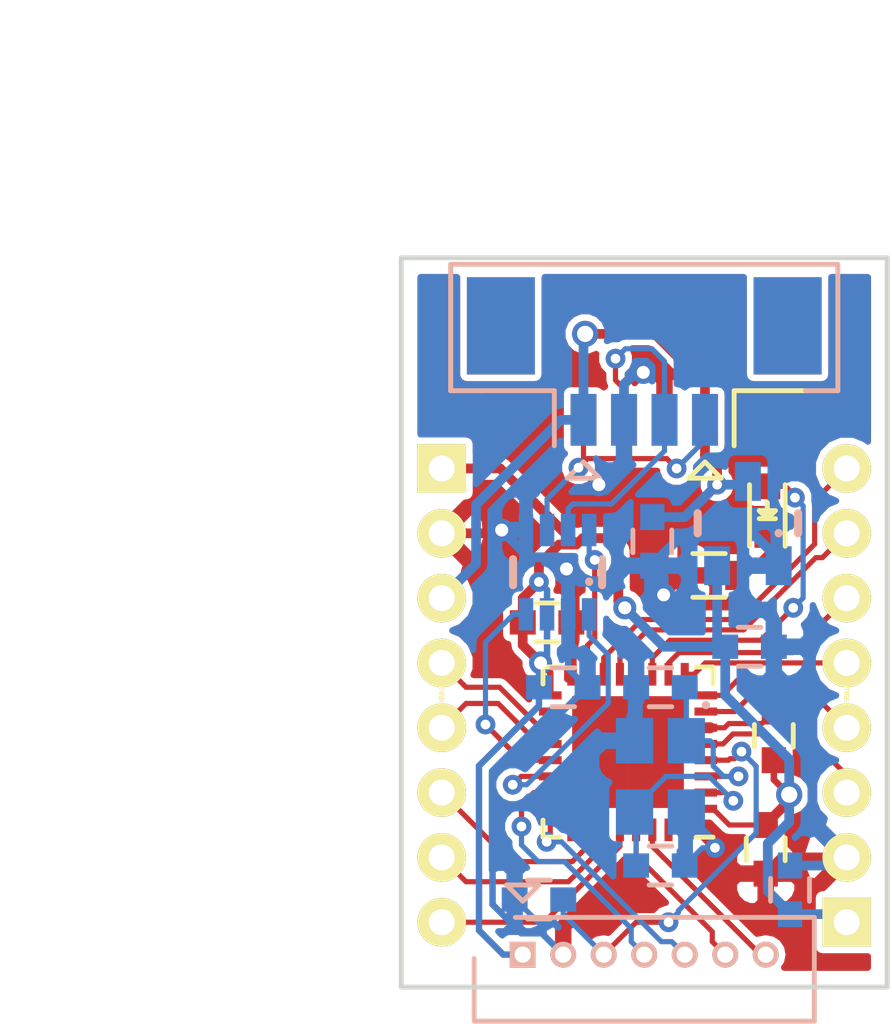
<source format=kicad_pcb>
(kicad_pcb (version 4) (host pcbnew 4.0.1-stable)

  (general
    (links 71)
    (no_connects 0)
    (area 87.424999 39.924999 102.575001 62.575001)
    (thickness 1.6)
    (drawings 6)
    (tracks 362)
    (zones 0)
    (modules 21)
    (nets 32)
  )

  (page A4)
  (layers
    (0 F.Cu signal)
    (31 B.Cu signal)
    (32 B.Adhes user)
    (33 F.Adhes user)
    (34 B.Paste user)
    (35 F.Paste user)
    (36 B.SilkS user hide)
    (37 F.SilkS user hide)
    (38 B.Mask user hide)
    (39 F.Mask user hide)
    (40 Dwgs.User user)
    (41 Cmts.User user)
    (42 Eco1.User user)
    (43 Eco2.User user)
    (44 Edge.Cuts user)
    (45 Margin user)
    (46 B.CrtYd user)
    (47 F.CrtYd user)
    (48 B.Fab user hide)
    (49 F.Fab user hide)
  )

  (setup
    (last_trace_width 0.2)
    (user_trace_width 0.2)
    (user_trace_width 0.3)
    (user_trace_width 0.4)
    (trace_clearance 0.16)
    (zone_clearance 0.2)
    (zone_45_only no)
    (trace_min 0.1525)
    (segment_width 0.2)
    (edge_width 0.15)
    (via_size 0.61)
    (via_drill 0.3)
    (via_min_size 0.61)
    (via_min_drill 0.3)
    (user_via 0.71 0.4)
    (user_via 0.81 0.5)
    (uvia_size 0.3)
    (uvia_drill 0.1)
    (uvias_allowed no)
    (uvia_min_size 0.2)
    (uvia_min_drill 0.1)
    (pcb_text_width 0.3)
    (pcb_text_size 1.5 1.5)
    (mod_edge_width 0.15)
    (mod_text_size 1 1)
    (mod_text_width 0.15)
    (pad_size 1.524 1.524)
    (pad_drill 0.762)
    (pad_to_mask_clearance 0.2)
    (aux_axis_origin 0 0)
    (visible_elements FFFFFF7F)
    (pcbplotparams
      (layerselection 0x00030_80000001)
      (usegerberextensions false)
      (excludeedgelayer true)
      (linewidth 0.100000)
      (plotframeref false)
      (viasonmask false)
      (mode 1)
      (useauxorigin false)
      (hpglpennumber 1)
      (hpglpenspeed 20)
      (hpglpendiameter 15)
      (hpglpenoverlay 2)
      (psnegative false)
      (psa4output false)
      (plotreference true)
      (plotvalue true)
      (plotinvisibletext false)
      (padsonsilk false)
      (subtractmaskfromsilk false)
      (outputformat 1)
      (mirror false)
      (drillshape 1)
      (scaleselection 1)
      (outputdirectory ""))
  )

  (net 0 "")
  (net 1 VCC)
  (net 2 GND)
  (net 3 /RST)
  (net 4 "Net-(C6-Pad1)")
  (net 5 "Net-(C7-Pad1)")
  (net 6 /5V_CAN)
  (net 7 /SWIO)
  (net 8 /SWCK)
  (net 9 "Net-(CONN2-Pad3)")
  (net 10 "Net-(CONN2-Pad4)")
  (net 11 /LED)
  (net 12 "Net-(D1-Pad1)")
  (net 13 "Net-(U1-Pad12)")
  (net 14 "Net-(U1-Pad18)")
  (net 15 /CAN_RX)
  (net 16 /CAN_TX)
  (net 17 /CAN_EN)
  (net 18 /IO_PB6_I2C1SCL_UART1TX)
  (net 19 /IO_PB7_I2C1SDA_UART1RX)
  (net 20 /IO_PB3_SPI3SCK_UART2TX)
  (net 21 /IO_PB4_SPI3MISO_UART2RX)
  (net 22 /IO_PB5_SPI3MOSI)
  (net 23 /IO_PA3_TIM2CH4_UART2_RX_ADC4)
  (net 24 /IO_PA2_TIM2CH3_UART2_TX_ADC3)
  (net 25 /IO_PA1_TIM2CH2_UART2_RTS_ADC2)
  (net 26 /IO_PA0_TIM2CH1_UART2_CTS_ADC1)
  (net 27 /IO_PA9_I2C2SCL_UART1TX)
  (net 28 /IO_PA10_I2C2SDA_UART1RX)
  (net 29 /IO_PA7_TIM17CH1_ADC15)
  (net 30 /IO_PA8_TIM16CH1_ADC10)
  (net 31 "Net-(U1-Pad25)")

  (net_class Default "This is the default net class."
    (clearance 0.16)
    (trace_width 0.16)
    (via_dia 0.61)
    (via_drill 0.3)
    (uvia_dia 0.3)
    (uvia_drill 0.1)
    (add_net /5V_CAN)
    (add_net /CAN_EN)
    (add_net /CAN_RX)
    (add_net /CAN_TX)
    (add_net /IO_PA0_TIM2CH1_UART2_CTS_ADC1)
    (add_net /IO_PA10_I2C2SDA_UART1RX)
    (add_net /IO_PA1_TIM2CH2_UART2_RTS_ADC2)
    (add_net /IO_PA2_TIM2CH3_UART2_TX_ADC3)
    (add_net /IO_PA3_TIM2CH4_UART2_RX_ADC4)
    (add_net /IO_PA7_TIM17CH1_ADC15)
    (add_net /IO_PA8_TIM16CH1_ADC10)
    (add_net /IO_PA9_I2C2SCL_UART1TX)
    (add_net /IO_PB3_SPI3SCK_UART2TX)
    (add_net /IO_PB4_SPI3MISO_UART2RX)
    (add_net /IO_PB5_SPI3MOSI)
    (add_net /IO_PB6_I2C1SCL_UART1TX)
    (add_net /IO_PB7_I2C1SDA_UART1RX)
    (add_net /LED)
    (add_net /RST)
    (add_net /SWCK)
    (add_net /SWIO)
    (add_net GND)
    (add_net "Net-(C6-Pad1)")
    (add_net "Net-(C7-Pad1)")
    (add_net "Net-(CONN2-Pad3)")
    (add_net "Net-(CONN2-Pad4)")
    (add_net "Net-(D1-Pad1)")
    (add_net "Net-(U1-Pad12)")
    (add_net "Net-(U1-Pad18)")
    (add_net "Net-(U1-Pad25)")
    (add_net VCC)
  )

  (module LEDs:LED-0603 (layer F.Cu) (tedit 56E1A431) (tstamp 56D63853)
    (at 98.8 47.8 90)
    (descr "LED 0603 smd package")
    (tags "LED led 0603 SMD smd SMT smt smdled SMDLED smtled SMTLED")
    (path /56D63FB2)
    (attr smd)
    (fp_text reference D1 (at 0 -1.5 90) (layer F.SilkS) hide
      (effects (font (size 1 1) (thickness 0.15)))
    )
    (fp_text value LED (at 0 1.5 90) (layer F.Fab)
      (effects (font (size 1 1) (thickness 0.15)))
    )
    (fp_line (start -1.1 0.55) (end 0.8 0.55) (layer F.SilkS) (width 0.15))
    (fp_line (start -1.1 -0.55) (end 0.8 -0.55) (layer F.SilkS) (width 0.15))
    (fp_line (start -0.2 0) (end 0.25 0) (layer F.SilkS) (width 0.15))
    (fp_line (start -0.25 -0.25) (end -0.25 0.25) (layer F.SilkS) (width 0.15))
    (fp_line (start -0.25 0) (end 0 -0.25) (layer F.SilkS) (width 0.15))
    (fp_line (start 0 -0.25) (end 0 0.25) (layer F.SilkS) (width 0.15))
    (fp_line (start 0 0.25) (end -0.25 0) (layer F.SilkS) (width 0.15))
    (fp_line (start 1.4 -0.75) (end 1.4 0.75) (layer F.CrtYd) (width 0.05))
    (fp_line (start 1.4 0.75) (end -1.4 0.75) (layer F.CrtYd) (width 0.05))
    (fp_line (start -1.4 0.75) (end -1.4 -0.75) (layer F.CrtYd) (width 0.05))
    (fp_line (start -1.4 -0.75) (end 1.4 -0.75) (layer F.CrtYd) (width 0.05))
    (pad 2 smd rect (at 0.7493 0 270) (size 0.79756 0.79756) (layers F.Cu F.Paste F.Mask)
      (net 11 /LED))
    (pad 1 smd rect (at -0.7493 0 270) (size 0.79756 0.79756) (layers F.Cu F.Paste F.Mask)
      (net 12 "Net-(D1-Pad1)"))
  )

  (module Connectors_Molex:Connector_Molex_PicoBlade_53261-0471 (layer B.Cu) (tedit 56E1A443) (tstamp 56D63843)
    (at 95 42.0998)
    (descr "Molex PicoBlade 1.25mm shrouded header. Right-angled, SMD. 4 ways")
    (path /56D60A8A)
    (fp_text reference CONN2 (at 4.975 3.3) (layer B.SilkS) hide
      (effects (font (size 1 1) (thickness 0.15)) (justify mirror))
    )
    (fp_text value CAN (at 0 -3.3) (layer B.Fab)
      (effects (font (size 1 1) (thickness 0.15)) (justify mirror))
    )
    (fp_line (start -2.775 3.7) (end -2.775 2) (layer B.SilkS) (width 0.15))
    (fp_line (start -2.775 2) (end -5.975 2) (layer B.SilkS) (width 0.15))
    (fp_line (start -5.975 2) (end -5.975 -1.9) (layer B.SilkS) (width 0.15))
    (fp_line (start -5.975 -1.9) (end 5.975 -1.9) (layer B.SilkS) (width 0.15))
    (fp_line (start 5.975 -1.9) (end 5.975 2) (layer B.SilkS) (width 0.15))
    (fp_line (start 5.975 2) (end 4.975 2) (layer B.SilkS) (width 0.15))
    (fp_line (start -1.875 4.2) (end -2.375 4.7) (layer B.SilkS) (width 0.15))
    (fp_line (start -2.375 4.7) (end -1.375 4.7) (layer B.SilkS) (width 0.15))
    (fp_line (start -1.375 4.7) (end -1.875 4.2) (layer B.SilkS) (width 0.15))
    (fp_line (start -3.375 2.1) (end -3.375 -1.9) (layer B.Fab) (width 0.2))
    (fp_line (start -3.375 -1.9) (end 3.375 -1.9) (layer B.Fab) (width 0.2))
    (fp_line (start 3.375 -1.9) (end 3.375 2.1) (layer B.Fab) (width 0.2))
    (fp_line (start 3.375 2.1) (end -3.375 2.1) (layer B.Fab) (width 0.2))
    (fp_line (start 3.375 1.5) (end 5.475 1.5) (layer B.Fab) (width 0.2))
    (fp_line (start 5.475 1.5) (end 5.475 -1.5) (layer B.Fab) (width 0.2))
    (fp_line (start 5.475 -1.5) (end 3.375 -1.5) (layer B.Fab) (width 0.2))
    (fp_line (start -3.375 1.5) (end -5.475 1.5) (layer B.Fab) (width 0.2))
    (fp_line (start -5.475 1.5) (end -5.475 -1.5) (layer B.Fab) (width 0.2))
    (fp_line (start -5.475 -1.5) (end -3.375 -1.5) (layer B.Fab) (width 0.2))
    (fp_line (start -3.375 2.1) (end -1.875 0.6) (layer B.Fab) (width 0.2))
    (fp_line (start -1.875 0.6) (end -0.375 2.1) (layer B.Fab) (width 0.2))
    (pad 1 smd rect (at -1.875 2.9) (size 0.8 1.6) (layers B.Cu B.Paste B.Mask)
      (net 6 /5V_CAN))
    (pad 2 smd rect (at -0.625 2.9) (size 0.8 1.6) (layers B.Cu B.Paste B.Mask)
      (net 2 GND))
    (pad 3 smd rect (at 0.625 2.9) (size 0.8 1.6) (layers B.Cu B.Paste B.Mask)
      (net 9 "Net-(CONN2-Pad3)"))
    (pad 4 smd rect (at 1.875 2.9) (size 0.8 1.6) (layers B.Cu B.Paste B.Mask)
      (net 10 "Net-(CONN2-Pad4)"))
    (pad "" smd rect (at -4.425 0) (size 2.1 3) (layers B.Cu B.Paste B.Mask))
    (pad "" smd rect (at 4.425 0) (size 2.1 3) (layers B.Cu B.Paste B.Mask))
  )

  (module Capacitors_SMD:C_0603 (layer B.Cu) (tedit 56E1A45B) (tstamp 56D637F8)
    (at 99.5 59.5 90)
    (descr "Capacitor SMD 0603, reflow soldering, AVX (see smccp.pdf)")
    (tags "capacitor 0603")
    (path /56D628FF)
    (attr smd)
    (fp_text reference C1 (at 0 1.9 90) (layer B.SilkS) hide
      (effects (font (size 1 1) (thickness 0.15)) (justify mirror))
    )
    (fp_text value 1uF (at 0 -1.9 90) (layer B.Fab)
      (effects (font (size 1 1) (thickness 0.15)) (justify mirror))
    )
    (fp_line (start -1.45 0.75) (end 1.45 0.75) (layer B.CrtYd) (width 0.05))
    (fp_line (start -1.45 -0.75) (end 1.45 -0.75) (layer B.CrtYd) (width 0.05))
    (fp_line (start -1.45 0.75) (end -1.45 -0.75) (layer B.CrtYd) (width 0.05))
    (fp_line (start 1.45 0.75) (end 1.45 -0.75) (layer B.CrtYd) (width 0.05))
    (fp_line (start -0.35 0.6) (end 0.35 0.6) (layer B.SilkS) (width 0.15))
    (fp_line (start 0.35 -0.6) (end -0.35 -0.6) (layer B.SilkS) (width 0.15))
    (pad 1 smd rect (at -0.75 0 90) (size 0.8 0.75) (layers B.Cu B.Paste B.Mask)
      (net 1 VCC))
    (pad 2 smd rect (at 0.75 0 90) (size 0.8 0.75) (layers B.Cu B.Paste B.Mask)
      (net 2 GND))
    (model Capacitors_SMD.3dshapes/C_0603.wrl
      (at (xyz 0 0 0))
      (scale (xyz 1 1 1))
      (rotate (xyz 0 0 0))
    )
  )

  (module Capacitors_SMD:C_0603 (layer F.Cu) (tedit 56E1A42E) (tstamp 56D637FE)
    (at 92 51.25)
    (descr "Capacitor SMD 0603, reflow soldering, AVX (see smccp.pdf)")
    (tags "capacitor 0603")
    (path /56D62D2B)
    (attr smd)
    (fp_text reference C2 (at 0 -1.9) (layer F.SilkS) hide
      (effects (font (size 1 1) (thickness 0.15)))
    )
    (fp_text value 0.1uF (at 0 1.9) (layer F.Fab)
      (effects (font (size 1 1) (thickness 0.15)))
    )
    (fp_line (start -1.45 -0.75) (end 1.45 -0.75) (layer F.CrtYd) (width 0.05))
    (fp_line (start -1.45 0.75) (end 1.45 0.75) (layer F.CrtYd) (width 0.05))
    (fp_line (start -1.45 -0.75) (end -1.45 0.75) (layer F.CrtYd) (width 0.05))
    (fp_line (start 1.45 -0.75) (end 1.45 0.75) (layer F.CrtYd) (width 0.05))
    (fp_line (start -0.35 -0.6) (end 0.35 -0.6) (layer F.SilkS) (width 0.15))
    (fp_line (start 0.35 0.6) (end -0.35 0.6) (layer F.SilkS) (width 0.15))
    (pad 1 smd rect (at -0.75 0) (size 0.8 0.75) (layers F.Cu F.Paste F.Mask)
      (net 1 VCC))
    (pad 2 smd rect (at 0.75 0) (size 0.8 0.75) (layers F.Cu F.Paste F.Mask)
      (net 2 GND))
    (model Capacitors_SMD.3dshapes/C_0603.wrl
      (at (xyz 0 0 0))
      (scale (xyz 1 1 1))
      (rotate (xyz 0 0 0))
    )
  )

  (module Capacitors_SMD:C_0603 (layer F.Cu) (tedit 56E1A433) (tstamp 56D63804)
    (at 99 54.75 90)
    (descr "Capacitor SMD 0603, reflow soldering, AVX (see smccp.pdf)")
    (tags "capacitor 0603")
    (path /56D6293B)
    (attr smd)
    (fp_text reference C3 (at 0 -1.9 90) (layer F.SilkS) hide
      (effects (font (size 1 1) (thickness 0.15)))
    )
    (fp_text value 0.1uF (at 0 1.9 90) (layer F.Fab)
      (effects (font (size 1 1) (thickness 0.15)))
    )
    (fp_line (start -1.45 -0.75) (end 1.45 -0.75) (layer F.CrtYd) (width 0.05))
    (fp_line (start -1.45 0.75) (end 1.45 0.75) (layer F.CrtYd) (width 0.05))
    (fp_line (start -1.45 -0.75) (end -1.45 0.75) (layer F.CrtYd) (width 0.05))
    (fp_line (start 1.45 -0.75) (end 1.45 0.75) (layer F.CrtYd) (width 0.05))
    (fp_line (start -0.35 -0.6) (end 0.35 -0.6) (layer F.SilkS) (width 0.15))
    (fp_line (start 0.35 0.6) (end -0.35 0.6) (layer F.SilkS) (width 0.15))
    (pad 1 smd rect (at -0.75 0 90) (size 0.8 0.75) (layers F.Cu F.Paste F.Mask)
      (net 1 VCC))
    (pad 2 smd rect (at 0.75 0 90) (size 0.8 0.75) (layers F.Cu F.Paste F.Mask)
      (net 2 GND))
    (model Capacitors_SMD.3dshapes/C_0603.wrl
      (at (xyz 0 0 0))
      (scale (xyz 1 1 1))
      (rotate (xyz 0 0 0))
    )
  )

  (module Capacitors_SMD:C_0603 (layer B.Cu) (tedit 56E1A460) (tstamp 56D6380A)
    (at 91.75 59.8 180)
    (descr "Capacitor SMD 0603, reflow soldering, AVX (see smccp.pdf)")
    (tags "capacitor 0603")
    (path /56D635F0)
    (attr smd)
    (fp_text reference C4 (at 0 1.9 180) (layer B.SilkS) hide
      (effects (font (size 1 1) (thickness 0.15)) (justify mirror))
    )
    (fp_text value 0.1uF (at 0 -1.9 180) (layer B.Fab)
      (effects (font (size 1 1) (thickness 0.15)) (justify mirror))
    )
    (fp_line (start -1.45 0.75) (end 1.45 0.75) (layer B.CrtYd) (width 0.05))
    (fp_line (start -1.45 -0.75) (end 1.45 -0.75) (layer B.CrtYd) (width 0.05))
    (fp_line (start -1.45 0.75) (end -1.45 -0.75) (layer B.CrtYd) (width 0.05))
    (fp_line (start 1.45 0.75) (end 1.45 -0.75) (layer B.CrtYd) (width 0.05))
    (fp_line (start -0.35 0.6) (end 0.35 0.6) (layer B.SilkS) (width 0.15))
    (fp_line (start 0.35 -0.6) (end -0.35 -0.6) (layer B.SilkS) (width 0.15))
    (pad 1 smd rect (at -0.75 0 180) (size 0.8 0.75) (layers B.Cu B.Paste B.Mask)
      (net 3 /RST))
    (pad 2 smd rect (at 0.75 0 180) (size 0.8 0.75) (layers B.Cu B.Paste B.Mask)
      (net 2 GND))
    (model Capacitors_SMD.3dshapes/C_0603.wrl
      (at (xyz 0 0 0))
      (scale (xyz 1 1 1))
      (rotate (xyz 0 0 0))
    )
  )

  (module Capacitors_SMD:C_0603 (layer F.Cu) (tedit 56E1A439) (tstamp 56D63810)
    (at 98.75 58.25 270)
    (descr "Capacitor SMD 0603, reflow soldering, AVX (see smccp.pdf)")
    (tags "capacitor 0603")
    (path /56D62888)
    (attr smd)
    (fp_text reference C5 (at 0 -1.9 270) (layer F.SilkS) hide
      (effects (font (size 1 1) (thickness 0.15)))
    )
    (fp_text value 0.1uF (at 0 1.9 270) (layer F.Fab)
      (effects (font (size 1 1) (thickness 0.15)))
    )
    (fp_line (start -1.45 -0.75) (end 1.45 -0.75) (layer F.CrtYd) (width 0.05))
    (fp_line (start -1.45 0.75) (end 1.45 0.75) (layer F.CrtYd) (width 0.05))
    (fp_line (start -1.45 -0.75) (end -1.45 0.75) (layer F.CrtYd) (width 0.05))
    (fp_line (start 1.45 -0.75) (end 1.45 0.75) (layer F.CrtYd) (width 0.05))
    (fp_line (start -0.35 -0.6) (end 0.35 -0.6) (layer F.SilkS) (width 0.15))
    (fp_line (start 0.35 0.6) (end -0.35 0.6) (layer F.SilkS) (width 0.15))
    (pad 1 smd rect (at -0.75 0 270) (size 0.8 0.75) (layers F.Cu F.Paste F.Mask)
      (net 1 VCC))
    (pad 2 smd rect (at 0.75 0 270) (size 0.8 0.75) (layers F.Cu F.Paste F.Mask)
      (net 2 GND))
    (model Capacitors_SMD.3dshapes/C_0603.wrl
      (at (xyz 0 0 0))
      (scale (xyz 1 1 1))
      (rotate (xyz 0 0 0))
    )
  )

  (module Capacitors_SMD:C_0603 (layer B.Cu) (tedit 56E1A449) (tstamp 56D63816)
    (at 95.5 53.25 180)
    (descr "Capacitor SMD 0603, reflow soldering, AVX (see smccp.pdf)")
    (tags "capacitor 0603")
    (path /56D63ACC)
    (attr smd)
    (fp_text reference C6 (at 0 1.9 180) (layer B.SilkS) hide
      (effects (font (size 1 1) (thickness 0.15)) (justify mirror))
    )
    (fp_text value 10pF (at 0 -1.9 180) (layer B.Fab)
      (effects (font (size 1 1) (thickness 0.15)) (justify mirror))
    )
    (fp_line (start -1.45 0.75) (end 1.45 0.75) (layer B.CrtYd) (width 0.05))
    (fp_line (start -1.45 -0.75) (end 1.45 -0.75) (layer B.CrtYd) (width 0.05))
    (fp_line (start -1.45 0.75) (end -1.45 -0.75) (layer B.CrtYd) (width 0.05))
    (fp_line (start 1.45 0.75) (end 1.45 -0.75) (layer B.CrtYd) (width 0.05))
    (fp_line (start -0.35 0.6) (end 0.35 0.6) (layer B.SilkS) (width 0.15))
    (fp_line (start 0.35 -0.6) (end -0.35 -0.6) (layer B.SilkS) (width 0.15))
    (pad 1 smd rect (at -0.75 0 180) (size 0.8 0.75) (layers B.Cu B.Paste B.Mask)
      (net 4 "Net-(C6-Pad1)"))
    (pad 2 smd rect (at 0.75 0 180) (size 0.8 0.75) (layers B.Cu B.Paste B.Mask)
      (net 2 GND))
    (model Capacitors_SMD.3dshapes/C_0603.wrl
      (at (xyz 0 0 0))
      (scale (xyz 1 1 1))
      (rotate (xyz 0 0 0))
    )
  )

  (module Capacitors_SMD:C_0603 (layer B.Cu) (tedit 56E1A463) (tstamp 56D6381C)
    (at 95.5 58.75)
    (descr "Capacitor SMD 0603, reflow soldering, AVX (see smccp.pdf)")
    (tags "capacitor 0603")
    (path /56D63B8B)
    (attr smd)
    (fp_text reference C7 (at 0 1.9) (layer B.SilkS) hide
      (effects (font (size 1 1) (thickness 0.15)) (justify mirror))
    )
    (fp_text value 10pF (at 0 -1.9) (layer B.Fab)
      (effects (font (size 1 1) (thickness 0.15)) (justify mirror))
    )
    (fp_line (start -1.45 0.75) (end 1.45 0.75) (layer B.CrtYd) (width 0.05))
    (fp_line (start -1.45 -0.75) (end 1.45 -0.75) (layer B.CrtYd) (width 0.05))
    (fp_line (start -1.45 0.75) (end -1.45 -0.75) (layer B.CrtYd) (width 0.05))
    (fp_line (start 1.45 0.75) (end 1.45 -0.75) (layer B.CrtYd) (width 0.05))
    (fp_line (start -0.35 0.6) (end 0.35 0.6) (layer B.SilkS) (width 0.15))
    (fp_line (start 0.35 -0.6) (end -0.35 -0.6) (layer B.SilkS) (width 0.15))
    (pad 1 smd rect (at -0.75 0) (size 0.8 0.75) (layers B.Cu B.Paste B.Mask)
      (net 5 "Net-(C7-Pad1)"))
    (pad 2 smd rect (at 0.75 0) (size 0.8 0.75) (layers B.Cu B.Paste B.Mask)
      (net 2 GND))
    (model Capacitors_SMD.3dshapes/C_0603.wrl
      (at (xyz 0 0 0))
      (scale (xyz 1 1 1))
      (rotate (xyz 0 0 0))
    )
  )

  (module Capacitors_SMD:C_0603 (layer B.Cu) (tedit 56E1A453) (tstamp 56D63822)
    (at 92.5 53.25)
    (descr "Capacitor SMD 0603, reflow soldering, AVX (see smccp.pdf)")
    (tags "capacitor 0603")
    (path /56D610D6)
    (attr smd)
    (fp_text reference C8 (at 0 1.9) (layer B.SilkS) hide
      (effects (font (size 1 1) (thickness 0.15)) (justify mirror))
    )
    (fp_text value 0.1uF (at 0 -1.9) (layer B.Fab)
      (effects (font (size 1 1) (thickness 0.15)) (justify mirror))
    )
    (fp_line (start -1.45 0.75) (end 1.45 0.75) (layer B.CrtYd) (width 0.05))
    (fp_line (start -1.45 -0.75) (end 1.45 -0.75) (layer B.CrtYd) (width 0.05))
    (fp_line (start -1.45 0.75) (end -1.45 -0.75) (layer B.CrtYd) (width 0.05))
    (fp_line (start 1.45 0.75) (end 1.45 -0.75) (layer B.CrtYd) (width 0.05))
    (fp_line (start -0.35 0.6) (end 0.35 0.6) (layer B.SilkS) (width 0.15))
    (fp_line (start 0.35 -0.6) (end -0.35 -0.6) (layer B.SilkS) (width 0.15))
    (pad 1 smd rect (at -0.75 0) (size 0.8 0.75) (layers B.Cu B.Paste B.Mask)
      (net 1 VCC))
    (pad 2 smd rect (at 0.75 0) (size 0.8 0.75) (layers B.Cu B.Paste B.Mask)
      (net 2 GND))
    (model Capacitors_SMD.3dshapes/C_0603.wrl
      (at (xyz 0 0 0))
      (scale (xyz 1 1 1))
      (rotate (xyz 0 0 0))
    )
  )

  (module Capacitors_SMD:C_0603 (layer B.Cu) (tedit 56E1A446) (tstamp 56D63828)
    (at 95.25 48.75 270)
    (descr "Capacitor SMD 0603, reflow soldering, AVX (see smccp.pdf)")
    (tags "capacitor 0603")
    (path /56D60C22)
    (attr smd)
    (fp_text reference C9 (at 0 1.9 270) (layer B.SilkS) hide
      (effects (font (size 1 1) (thickness 0.15)) (justify mirror))
    )
    (fp_text value 1uF (at 0 -1.9 270) (layer B.Fab)
      (effects (font (size 1 1) (thickness 0.15)) (justify mirror))
    )
    (fp_line (start -1.45 0.75) (end 1.45 0.75) (layer B.CrtYd) (width 0.05))
    (fp_line (start -1.45 -0.75) (end 1.45 -0.75) (layer B.CrtYd) (width 0.05))
    (fp_line (start -1.45 0.75) (end -1.45 -0.75) (layer B.CrtYd) (width 0.05))
    (fp_line (start 1.45 0.75) (end 1.45 -0.75) (layer B.CrtYd) (width 0.05))
    (fp_line (start -0.35 0.6) (end 0.35 0.6) (layer B.SilkS) (width 0.15))
    (fp_line (start 0.35 -0.6) (end -0.35 -0.6) (layer B.SilkS) (width 0.15))
    (pad 1 smd rect (at -0.75 0 270) (size 0.8 0.75) (layers B.Cu B.Paste B.Mask)
      (net 6 /5V_CAN))
    (pad 2 smd rect (at 0.75 0 270) (size 0.8 0.75) (layers B.Cu B.Paste B.Mask)
      (net 2 GND))
    (model Capacitors_SMD.3dshapes/C_0603.wrl
      (at (xyz 0 0 0))
      (scale (xyz 1 1 1))
      (rotate (xyz 0 0 0))
    )
  )

  (module Capacitors_SMD:C_0603 (layer B.Cu) (tedit 56E1A456) (tstamp 56D6382E)
    (at 98.25 52)
    (descr "Capacitor SMD 0603, reflow soldering, AVX (see smccp.pdf)")
    (tags "capacitor 0603")
    (path /56D60C4F)
    (attr smd)
    (fp_text reference C10 (at 0 1.9) (layer B.SilkS) hide
      (effects (font (size 1 1) (thickness 0.15)) (justify mirror))
    )
    (fp_text value 22uF (at 0 -1.9) (layer B.Fab)
      (effects (font (size 1 1) (thickness 0.15)) (justify mirror))
    )
    (fp_line (start -1.45 0.75) (end 1.45 0.75) (layer B.CrtYd) (width 0.05))
    (fp_line (start -1.45 -0.75) (end 1.45 -0.75) (layer B.CrtYd) (width 0.05))
    (fp_line (start -1.45 0.75) (end -1.45 -0.75) (layer B.CrtYd) (width 0.05))
    (fp_line (start 1.45 0.75) (end 1.45 -0.75) (layer B.CrtYd) (width 0.05))
    (fp_line (start -0.35 0.6) (end 0.35 0.6) (layer B.SilkS) (width 0.15))
    (fp_line (start 0.35 -0.6) (end -0.35 -0.6) (layer B.SilkS) (width 0.15))
    (pad 1 smd rect (at -0.75 0) (size 0.8 0.75) (layers B.Cu B.Paste B.Mask)
      (net 1 VCC))
    (pad 2 smd rect (at 0.75 0) (size 0.8 0.75) (layers B.Cu B.Paste B.Mask)
      (net 2 GND))
    (model Capacitors_SMD.3dshapes/C_0603.wrl
      (at (xyz 0 0 0))
      (scale (xyz 1 1 1))
      (rotate (xyz 0 0 0))
    )
  )

  (module Connectors_Molex:Connector_Molex_PicoBlade_53047-0710 (layer B.Cu) (tedit 56E1A45E) (tstamp 56D63839)
    (at 91.25 61.5)
    (descr "Molex PicoBlade 1.25mm shrouded header. Vertical. 7 ways")
    (path /56D60ADA)
    (fp_text reference CONN1 (at 3.75 -2.35) (layer B.SilkS) hide
      (effects (font (size 1 1) (thickness 0.15)) (justify mirror))
    )
    (fp_text value SWD/DEBUG (at 3.75 3.25) (layer B.Fab)
      (effects (font (size 1 1) (thickness 0.15)) (justify mirror))
    )
    (fp_line (start -1.5 0.12) (end -1.5 2.05) (layer B.SilkS) (width 0.15))
    (fp_line (start -1.5 2.05) (end 9 2.05) (layer B.SilkS) (width 0.15))
    (fp_line (start 9 2.05) (end 9 -1.15) (layer B.SilkS) (width 0.15))
    (fp_line (start 9 -1.15) (end -0.23 -1.15) (layer B.SilkS) (width 0.15))
    (fp_line (start 0 -1.65) (end 0.5 -2.15) (layer B.SilkS) (width 0.15))
    (fp_line (start 0.5 -2.15) (end -0.5 -2.15) (layer B.SilkS) (width 0.15))
    (fp_line (start -0.5 -2.15) (end 0 -1.65) (layer B.SilkS) (width 0.15))
    (fp_line (start -0.23 -1.15) (end -1.5 0.12) (layer B.Fab) (width 0.2))
    (fp_line (start -1.5 0.12) (end -1.5 2.05) (layer B.Fab) (width 0.2))
    (fp_line (start -1.5 2.05) (end 9 2.05) (layer B.Fab) (width 0.2))
    (fp_line (start 9 2.05) (end 9 -1.15) (layer B.Fab) (width 0.2))
    (fp_line (start 9 -1.15) (end -0.23 -1.15) (layer B.Fab) (width 0.2))
    (pad 1 thru_hole rect (at 0 0) (size 0.8 0.8) (drill 0.5) (layers *.Cu *.Mask B.SilkS)
      (net 1 VCC))
    (pad 2 thru_hole oval (at 1.25 0) (size 0.8 0.8) (drill 0.5) (layers *.Cu *.Mask B.SilkS)
      (net 2 GND))
    (pad 3 thru_hole oval (at 2.5 0) (size 0.8 0.8) (drill 0.5) (layers *.Cu *.Mask B.SilkS)
      (net 3 /RST))
    (pad 4 thru_hole oval (at 3.75 0) (size 0.8 0.8) (drill 0.5) (layers *.Cu *.Mask B.SilkS)
      (net 7 /SWIO))
    (pad 5 thru_hole oval (at 5 0) (size 0.8 0.8) (drill 0.5) (layers *.Cu *.Mask B.SilkS)
      (net 8 /SWCK))
    (pad 6 thru_hole oval (at 6.25 0) (size 0.8 0.8) (drill 0.5) (layers *.Cu *.Mask B.SilkS)
      (net 18 /IO_PB6_I2C1SCL_UART1TX))
    (pad 7 thru_hole oval (at 7.5 0) (size 0.8 0.8) (drill 0.5) (layers *.Cu *.Mask B.SilkS)
      (net 19 /IO_PB7_I2C1SDA_UART1RX))
    (model Connectors_Molex.3dshapes/Connector_Molex_PicoBlade_53047-0710.wrl
      (at (xyz 0.147638 0 0))
      (scale (xyz 1 1 1))
      (rotate (xyz 0 0 180))
    )
  )

  (module Connectors_Molex:Connector_Molex_PicoBlade_53261-0471 (layer F.Cu) (tedit 56E1A42A) (tstamp 56D6384D)
    (at 95 42.0998 180)
    (descr "Molex PicoBlade 1.25mm shrouded header. Right-angled, SMD. 4 ways")
    (path /56D60AB3)
    (fp_text reference CONN3 (at 4.975 -3.3 180) (layer F.SilkS) hide
      (effects (font (size 1 1) (thickness 0.15)))
    )
    (fp_text value CAN (at 0 3.3 180) (layer F.Fab)
      (effects (font (size 1 1) (thickness 0.15)))
    )
    (fp_line (start -2.775 -3.7) (end -2.775 -2) (layer F.SilkS) (width 0.15))
    (fp_line (start -2.775 -2) (end -5.975 -2) (layer F.SilkS) (width 0.15))
    (fp_line (start -5.975 -2) (end -5.975 1.9) (layer F.SilkS) (width 0.15))
    (fp_line (start -5.975 1.9) (end 5.975 1.9) (layer F.SilkS) (width 0.15))
    (fp_line (start 5.975 1.9) (end 5.975 -2) (layer F.SilkS) (width 0.15))
    (fp_line (start 5.975 -2) (end 4.975 -2) (layer F.SilkS) (width 0.15))
    (fp_line (start -1.875 -4.2) (end -2.375 -4.7) (layer F.SilkS) (width 0.15))
    (fp_line (start -2.375 -4.7) (end -1.375 -4.7) (layer F.SilkS) (width 0.15))
    (fp_line (start -1.375 -4.7) (end -1.875 -4.2) (layer F.SilkS) (width 0.15))
    (fp_line (start -3.375 -2.1) (end -3.375 1.9) (layer F.Fab) (width 0.2))
    (fp_line (start -3.375 1.9) (end 3.375 1.9) (layer F.Fab) (width 0.2))
    (fp_line (start 3.375 1.9) (end 3.375 -2.1) (layer F.Fab) (width 0.2))
    (fp_line (start 3.375 -2.1) (end -3.375 -2.1) (layer F.Fab) (width 0.2))
    (fp_line (start 3.375 -1.5) (end 5.475 -1.5) (layer F.Fab) (width 0.2))
    (fp_line (start 5.475 -1.5) (end 5.475 1.5) (layer F.Fab) (width 0.2))
    (fp_line (start 5.475 1.5) (end 3.375 1.5) (layer F.Fab) (width 0.2))
    (fp_line (start -3.375 -1.5) (end -5.475 -1.5) (layer F.Fab) (width 0.2))
    (fp_line (start -5.475 -1.5) (end -5.475 1.5) (layer F.Fab) (width 0.2))
    (fp_line (start -5.475 1.5) (end -3.375 1.5) (layer F.Fab) (width 0.2))
    (fp_line (start -3.375 -2.1) (end -1.875 -0.6) (layer F.Fab) (width 0.2))
    (fp_line (start -1.875 -0.6) (end -0.375 -2.1) (layer F.Fab) (width 0.2))
    (pad 1 smd rect (at -1.875 -2.9 180) (size 0.8 1.6) (layers F.Cu F.Paste F.Mask)
      (net 6 /5V_CAN))
    (pad 2 smd rect (at -0.625 -2.9 180) (size 0.8 1.6) (layers F.Cu F.Paste F.Mask)
      (net 2 GND))
    (pad 3 smd rect (at 0.625 -2.9 180) (size 0.8 1.6) (layers F.Cu F.Paste F.Mask)
      (net 9 "Net-(CONN2-Pad3)"))
    (pad 4 smd rect (at 1.875 -2.9 180) (size 0.8 1.6) (layers F.Cu F.Paste F.Mask)
      (net 10 "Net-(CONN2-Pad4)"))
    (pad "" smd rect (at -4.425 0 180) (size 2.1 3) (layers F.Cu F.Paste F.Mask))
    (pad "" smd rect (at 4.425 0 180) (size 2.1 3) (layers F.Cu F.Paste F.Mask))
  )

  (module Resistors_SMD:R_0603 (layer F.Cu) (tedit 56E1A436) (tstamp 56D63859)
    (at 97 49.8 180)
    (descr "Resistor SMD 0603, reflow soldering, Vishay (see dcrcw.pdf)")
    (tags "resistor 0603")
    (path /56D64054)
    (attr smd)
    (fp_text reference R1 (at 0 -1.9 180) (layer F.SilkS) hide
      (effects (font (size 1 1) (thickness 0.15)))
    )
    (fp_text value 510 (at 0 1.9 180) (layer F.Fab)
      (effects (font (size 1 1) (thickness 0.15)))
    )
    (fp_line (start -1.3 -0.8) (end 1.3 -0.8) (layer F.CrtYd) (width 0.05))
    (fp_line (start -1.3 0.8) (end 1.3 0.8) (layer F.CrtYd) (width 0.05))
    (fp_line (start -1.3 -0.8) (end -1.3 0.8) (layer F.CrtYd) (width 0.05))
    (fp_line (start 1.3 -0.8) (end 1.3 0.8) (layer F.CrtYd) (width 0.05))
    (fp_line (start 0.5 0.675) (end -0.5 0.675) (layer F.SilkS) (width 0.15))
    (fp_line (start -0.5 -0.675) (end 0.5 -0.675) (layer F.SilkS) (width 0.15))
    (pad 1 smd rect (at -0.75 0 180) (size 0.5 0.9) (layers F.Cu F.Paste F.Mask)
      (net 12 "Net-(D1-Pad1)"))
    (pad 2 smd rect (at 0.75 0 180) (size 0.5 0.9) (layers F.Cu F.Paste F.Mask)
      (net 2 GND))
    (model Resistors_SMD.3dshapes/R_0603.wrl
      (at (xyz 0 0 0))
      (scale (xyz 1 1 1))
      (rotate (xyz 0 0 0))
    )
  )

  (module Housings_DFN_QFN:QFN-32-1EP_5x5mm_Pitch0.5mm (layer F.Cu) (tedit 56E1A43C) (tstamp 56D63881)
    (at 94.5 55.25 180)
    (descr "UH Package; 32-Lead Plastic QFN (5mm x 5mm); (see Linear Technology QFN_32_05-08-1693.pdf)")
    (tags "QFN 0.5")
    (path /56D60A29)
    (attr smd)
    (fp_text reference U1 (at 0 -3.75 180) (layer F.SilkS) hide
      (effects (font (size 1 1) (thickness 0.15)))
    )
    (fp_text value STM32F302K8U6 (at 0 3.75 180) (layer F.Fab)
      (effects (font (size 1 1) (thickness 0.15)))
    )
    (fp_line (start -3 -3) (end -3 3) (layer F.CrtYd) (width 0.05))
    (fp_line (start 3 -3) (end 3 3) (layer F.CrtYd) (width 0.05))
    (fp_line (start -3 -3) (end 3 -3) (layer F.CrtYd) (width 0.05))
    (fp_line (start -3 3) (end 3 3) (layer F.CrtYd) (width 0.05))
    (fp_line (start 2.625 -2.625) (end 2.625 -2.1) (layer F.SilkS) (width 0.15))
    (fp_line (start -2.625 2.625) (end -2.625 2.1) (layer F.SilkS) (width 0.15))
    (fp_line (start 2.625 2.625) (end 2.625 2.1) (layer F.SilkS) (width 0.15))
    (fp_line (start -2.625 -2.625) (end -2.1 -2.625) (layer F.SilkS) (width 0.15))
    (fp_line (start -2.625 2.625) (end -2.1 2.625) (layer F.SilkS) (width 0.15))
    (fp_line (start 2.625 2.625) (end 2.1 2.625) (layer F.SilkS) (width 0.15))
    (fp_line (start 2.625 -2.625) (end 2.1 -2.625) (layer F.SilkS) (width 0.15))
    (pad 1 smd rect (at -2.4 -1.75 180) (size 0.7 0.25) (layers F.Cu F.Paste F.Mask)
      (net 1 VCC))
    (pad 2 smd rect (at -2.4 -1.25 180) (size 0.7 0.25) (layers F.Cu F.Paste F.Mask)
      (net 5 "Net-(C7-Pad1)"))
    (pad 3 smd rect (at -2.4 -0.75 180) (size 0.7 0.25) (layers F.Cu F.Paste F.Mask)
      (net 4 "Net-(C6-Pad1)"))
    (pad 4 smd rect (at -2.4 -0.25 180) (size 0.7 0.25) (layers F.Cu F.Paste F.Mask)
      (net 3 /RST))
    (pad 5 smd rect (at -2.4 0.25 180) (size 0.7 0.25) (layers F.Cu F.Paste F.Mask)
      (net 1 VCC))
    (pad 6 smd rect (at -2.4 0.75 180) (size 0.7 0.25) (layers F.Cu F.Paste F.Mask)
      (net 2 GND))
    (pad 7 smd rect (at -2.4 1.25 180) (size 0.7 0.25) (layers F.Cu F.Paste F.Mask)
      (net 26 /IO_PA0_TIM2CH1_UART2_CTS_ADC1))
    (pad 8 smd rect (at -2.4 1.75 180) (size 0.7 0.25) (layers F.Cu F.Paste F.Mask)
      (net 25 /IO_PA1_TIM2CH2_UART2_RTS_ADC2))
    (pad 9 smd rect (at -1.75 2.4 270) (size 0.7 0.25) (layers F.Cu F.Paste F.Mask)
      (net 24 /IO_PA2_TIM2CH3_UART2_TX_ADC3))
    (pad 10 smd rect (at -1.25 2.4 270) (size 0.7 0.25) (layers F.Cu F.Paste F.Mask)
      (net 23 /IO_PA3_TIM2CH4_UART2_RX_ADC4))
    (pad 11 smd rect (at -0.75 2.4 270) (size 0.7 0.25) (layers F.Cu F.Paste F.Mask)
      (net 11 /LED))
    (pad 12 smd rect (at -0.25 2.4 270) (size 0.7 0.25) (layers F.Cu F.Paste F.Mask)
      (net 13 "Net-(U1-Pad12)"))
    (pad 13 smd rect (at 0.25 2.4 270) (size 0.7 0.25) (layers F.Cu F.Paste F.Mask)
      (net 30 /IO_PA8_TIM16CH1_ADC10))
    (pad 14 smd rect (at 0.75 2.4 270) (size 0.7 0.25) (layers F.Cu F.Paste F.Mask)
      (net 29 /IO_PA7_TIM17CH1_ADC15))
    (pad 15 smd rect (at 1.25 2.4 270) (size 0.7 0.25) (layers F.Cu F.Paste F.Mask)
      (net 17 /CAN_EN))
    (pad 16 smd rect (at 1.75 2.4 270) (size 0.7 0.25) (layers F.Cu F.Paste F.Mask)
      (net 2 GND))
    (pad 17 smd rect (at 2.4 1.75 180) (size 0.7 0.25) (layers F.Cu F.Paste F.Mask)
      (net 1 VCC))
    (pad 18 smd rect (at 2.4 1.25 180) (size 0.7 0.25) (layers F.Cu F.Paste F.Mask)
      (net 14 "Net-(U1-Pad18)"))
    (pad 19 smd rect (at 2.4 0.75 180) (size 0.7 0.25) (layers F.Cu F.Paste F.Mask)
      (net 27 /IO_PA9_I2C2SCL_UART1TX))
    (pad 20 smd rect (at 2.4 0.25 180) (size 0.7 0.25) (layers F.Cu F.Paste F.Mask)
      (net 28 /IO_PA10_I2C2SDA_UART1RX))
    (pad 21 smd rect (at 2.4 -0.25 180) (size 0.7 0.25) (layers F.Cu F.Paste F.Mask)
      (net 15 /CAN_RX))
    (pad 22 smd rect (at 2.4 -0.75 180) (size 0.7 0.25) (layers F.Cu F.Paste F.Mask)
      (net 16 /CAN_TX))
    (pad 23 smd rect (at 2.4 -1.25 180) (size 0.7 0.25) (layers F.Cu F.Paste F.Mask)
      (net 7 /SWIO))
    (pad 24 smd rect (at 2.4 -1.75 180) (size 0.7 0.25) (layers F.Cu F.Paste F.Mask)
      (net 8 /SWCK))
    (pad 25 smd rect (at 1.75 -2.4 270) (size 0.7 0.25) (layers F.Cu F.Paste F.Mask)
      (net 31 "Net-(U1-Pad25)"))
    (pad 26 smd rect (at 1.25 -2.4 270) (size 0.7 0.25) (layers F.Cu F.Paste F.Mask)
      (net 20 /IO_PB3_SPI3SCK_UART2TX))
    (pad 27 smd rect (at 0.75 -2.4 270) (size 0.7 0.25) (layers F.Cu F.Paste F.Mask)
      (net 21 /IO_PB4_SPI3MISO_UART2RX))
    (pad 28 smd rect (at 0.25 -2.4 270) (size 0.7 0.25) (layers F.Cu F.Paste F.Mask)
      (net 22 /IO_PB5_SPI3MOSI))
    (pad 29 smd rect (at -0.25 -2.4 270) (size 0.7 0.25) (layers F.Cu F.Paste F.Mask)
      (net 18 /IO_PB6_I2C1SCL_UART1TX))
    (pad 30 smd rect (at -0.75 -2.4 270) (size 0.7 0.25) (layers F.Cu F.Paste F.Mask)
      (net 19 /IO_PB7_I2C1SDA_UART1RX))
    (pad 31 smd rect (at -1.25 -2.4 270) (size 0.7 0.25) (layers F.Cu F.Paste F.Mask)
      (net 2 GND))
    (pad 32 smd rect (at -1.75 -2.4 270) (size 0.7 0.25) (layers F.Cu F.Paste F.Mask)
      (net 2 GND))
    (pad 33 smd rect (at 0.8625 0.8625 180) (size 1.725 1.725) (layers F.Cu F.Paste F.Mask)
      (solder_paste_margin_ratio -0.2))
    (pad 33 smd rect (at 0.8625 -0.8625 180) (size 1.725 1.725) (layers F.Cu F.Paste F.Mask)
      (solder_paste_margin_ratio -0.2))
    (pad 33 smd rect (at -0.8625 0.8625 180) (size 1.725 1.725) (layers F.Cu F.Paste F.Mask)
      (solder_paste_margin_ratio -0.2))
    (pad 33 smd rect (at -0.8625 -0.8625 180) (size 1.725 1.725) (layers F.Cu F.Paste F.Mask)
      (solder_paste_margin_ratio -0.2))
    (model Housings_DFN_QFN.3dshapes/QFN-32-1EP_5x5mm_Pitch0.5mm.wrl
      (at (xyz 0 0 0))
      (scale (xyz 1 1 1))
      (rotate (xyz 0 0 0))
    )
  )

  (module _div:_MCP1703-SOT-23A (layer B.Cu) (tedit 56E1A44E) (tstamp 56D63888)
    (at 99.15 49.5 180)
    (path /56D60BBA)
    (fp_text reference U2 (at 0.9 1.8 180) (layer B.SilkS) hide
      (effects (font (size 0.5 0.5) (thickness 0.125)) (justify mirror))
    )
    (fp_text value MCP1703 (at 1 0.9 180) (layer B.SilkS) hide
      (effects (font (size 0.5 0.5) (thickness 0.125)) (justify mirror))
    )
    (fp_line (start 2.5 1.62) (end 2.5 1) (layer B.SilkS) (width 0.25))
    (fp_line (start -0.6 1.62) (end -0.6 1) (layer B.SilkS) (width 0.25))
    (fp_line (start 0 1.01) (end 0 1) (layer B.SilkS) (width 0.25))
    (pad 3 smd rect (at 0.95 2.6 180) (size 0.8 1.2) (layers B.Cu B.Paste B.Mask)
      (net 6 /5V_CAN))
    (pad 2 smd rect (at 1.9 0 180) (size 0.8 1.2) (layers B.Cu B.Paste B.Mask)
      (net 1 VCC))
    (pad 1 smd rect (at 0 0 180) (size 0.8 1.2) (layers B.Cu B.Paste B.Mask)
      (net 2 GND))
  )

  (module _std:_SOT23-8 (layer B.Cu) (tedit 56E1A451) (tstamp 56D63894)
    (at 93.3 51 180)
    (path /56D60B12)
    (fp_text reference U3 (at 0.9 1.3 180) (layer B.SilkS) hide
      (effects (font (size 0.5 0.5) (thickness 0.125)) (justify mirror))
    )
    (fp_text value MAX3051 (at 1.1 1 180) (layer B.SilkS) hide
      (effects (font (size 0.5 0.5) (thickness 0.125)) (justify mirror))
    )
    (fp_line (start -0.4 1.7) (end -0.4 0.9) (layer B.SilkS) (width 0.25))
    (fp_line (start 2.35 1.7) (end 2.35 0.9) (layer B.SilkS) (width 0.25))
    (fp_line (start 0 1) (end 0 1.01) (layer B.SilkS) (width 0.25))
    (pad 8 smd rect (at 0 2.6 180) (size 0.45 1) (layers B.Cu B.Paste B.Mask)
      (net 17 /CAN_EN) (solder_mask_margin 0.15) (clearance 0.19))
    (pad 7 smd rect (at 0.65 2.6 180) (size 0.45 1) (layers B.Cu B.Paste B.Mask)
      (net 9 "Net-(CONN2-Pad3)") (solder_mask_margin 0.15) (clearance 0.19))
    (pad 6 smd rect (at 1.3 2.6 180) (size 0.45 1) (layers B.Cu B.Paste B.Mask)
      (net 10 "Net-(CONN2-Pad4)") (solder_mask_margin 0.15) (clearance 0.19))
    (pad 5 smd rect (at 1.95 2.6 180) (size 0.45 1) (layers B.Cu B.Paste B.Mask)
      (net 2 GND) (solder_mask_margin 0.15) (clearance 0.19))
    (pad 4 smd rect (at 1.95 0 180) (size 0.45 1) (layers B.Cu B.Paste B.Mask)
      (net 15 /CAN_RX) (solder_mask_margin 0.15) (clearance 0.19))
    (pad 3 smd rect (at 1.3 0 180) (size 0.45 1) (layers B.Cu B.Paste B.Mask)
      (net 1 VCC) (solder_mask_margin 0.15) (clearance 0.19))
    (pad 2 smd rect (at 0.65 0 180) (size 0.45 1) (layers B.Cu B.Paste B.Mask)
      (net 2 GND) (solder_mask_margin 0.15) (clearance 0.19))
    (pad 1 smd rect (at 0 0 180) (size 0.45 1) (layers B.Cu B.Paste B.Mask)
      (net 16 /CAN_TX) (solder_mask_margin 0.15) (clearance 0.19))
  )

  (module _div:_TSX-3225-SMD-XTAL (layer B.Cu) (tedit 56E1A46F) (tstamp 56D6389C)
    (at 95.5 56 270)
    (path /56D60A5D)
    (fp_text reference X1 (at 0 0.7 270) (layer B.SilkS) hide
      (effects (font (size 0.5 0.5) (thickness 0.125)) (justify mirror))
    )
    (fp_text value XTAL-SMD-4-PADS (at 0 -0.7 270) (layer B.SilkS) hide
      (effects (font (size 0.5 0.5) (thickness 0.125)) (justify mirror))
    )
    (fp_line (start -2.2 -1.4) (end -2.2 -1.41) (layer B.SilkS) (width 0.25))
    (pad 4 smd rect (at -1.1 0.8 270) (size 1.4 1.15) (layers B.Cu B.Paste B.Mask)
      (net 2 GND))
    (pad 3 smd rect (at 1.1 0.8 270) (size 1.4 1.15) (layers B.Cu B.Paste B.Mask)
      (net 5 "Net-(C7-Pad1)"))
    (pad 2 smd rect (at 1.1 -0.8 270) (size 1.4 1.15) (layers B.Cu B.Paste B.Mask)
      (net 2 GND))
    (pad 1 smd rect (at -1.1 -0.8 270) (size 1.4 1.15) (layers B.Cu B.Paste B.Mask)
      (net 4 "Net-(C6-Pad1)"))
  )

  (module _connectors:_Pin2mm_8 (layer F.Cu) (tedit 531E2924) (tstamp 56E04B8D)
    (at 88.75 53.5 270)
    (path /56E074DB)
    (fp_text reference P1 (at 0 0 270) (layer F.SilkS)
      (effects (font (size 0.127 0.127) (thickness 0.03175)))
    )
    (fp_text value CONN_01X08 (at 0 0 270) (layer F.SilkS)
      (effects (font (size 0.127 0.127) (thickness 0.03175)))
    )
    (pad 8 thru_hole circle (at 7 0 270) (size 1.5 1.5) (drill 0.8) (layers *.Cu *.Mask F.SilkS)
      (net 22 /IO_PB5_SPI3MOSI))
    (pad 7 thru_hole circle (at 5 0 270) (size 1.5 1.5) (drill 0.8) (layers *.Cu *.Mask F.SilkS)
      (net 21 /IO_PB4_SPI3MISO_UART2RX))
    (pad 6 thru_hole circle (at 3 0 270) (size 1.5 1.5) (drill 0.8) (layers *.Cu *.Mask F.SilkS)
      (net 20 /IO_PB3_SPI3SCK_UART2TX))
    (pad 5 thru_hole circle (at 1 0 270) (size 1.5 1.5) (drill 0.8) (layers *.Cu *.Mask F.SilkS)
      (net 28 /IO_PA10_I2C2SDA_UART1RX))
    (pad 4 thru_hole circle (at -1 0 270) (size 1.5 1.5) (drill 0.8) (layers *.Cu *.Mask F.SilkS)
      (net 27 /IO_PA9_I2C2SCL_UART1TX))
    (pad 3 thru_hole circle (at -3 0 270) (size 1.5 1.5) (drill 0.8) (layers *.Cu *.Mask F.SilkS)
      (net 6 /5V_CAN))
    (pad 1 thru_hole rect (at -7 0 270) (size 1.5 1.5) (drill 0.8) (layers *.Cu *.Mask F.SilkS)
      (net 1 VCC))
    (pad 2 thru_hole circle (at -5 0 270) (size 1.5 1.5) (drill 0.8) (layers *.Cu *.Mask F.SilkS)
      (net 2 GND))
  )

  (module _connectors:_Pin2mm_8 (layer F.Cu) (tedit 531E2924) (tstamp 56E0509D)
    (at 101.25 53.5 90)
    (path /56E0803C)
    (fp_text reference P2 (at 0 0 90) (layer F.SilkS)
      (effects (font (size 0.127 0.127) (thickness 0.03175)))
    )
    (fp_text value CONN_01X08 (at 0 0 90) (layer F.SilkS)
      (effects (font (size 0.127 0.127) (thickness 0.03175)))
    )
    (pad 8 thru_hole circle (at 7 0 90) (size 1.5 1.5) (drill 0.8) (layers *.Cu *.Mask F.SilkS)
      (net 29 /IO_PA7_TIM17CH1_ADC15))
    (pad 7 thru_hole circle (at 5 0 90) (size 1.5 1.5) (drill 0.8) (layers *.Cu *.Mask F.SilkS)
      (net 30 /IO_PA8_TIM16CH1_ADC10))
    (pad 6 thru_hole circle (at 3 0 90) (size 1.5 1.5) (drill 0.8) (layers *.Cu *.Mask F.SilkS)
      (net 23 /IO_PA3_TIM2CH4_UART2_RX_ADC4))
    (pad 5 thru_hole circle (at 1 0 90) (size 1.5 1.5) (drill 0.8) (layers *.Cu *.Mask F.SilkS)
      (net 24 /IO_PA2_TIM2CH3_UART2_TX_ADC3))
    (pad 4 thru_hole circle (at -1 0 90) (size 1.5 1.5) (drill 0.8) (layers *.Cu *.Mask F.SilkS)
      (net 25 /IO_PA1_TIM2CH2_UART2_RTS_ADC2))
    (pad 3 thru_hole circle (at -3 0 90) (size 1.5 1.5) (drill 0.8) (layers *.Cu *.Mask F.SilkS)
      (net 26 /IO_PA0_TIM2CH1_UART2_CTS_ADC1))
    (pad 1 thru_hole rect (at -7 0 90) (size 1.5 1.5) (drill 0.8) (layers *.Cu *.Mask F.SilkS)
      (net 1 VCC))
    (pad 2 thru_hole circle (at -5 0 90) (size 1.5 1.5) (drill 0.8) (layers *.Cu *.Mask F.SilkS)
      (net 2 GND))
  )

  (dimension 15 (width 0.3) (layer Dwgs.User)
    (gr_text "15.000 mm" (at 95 33.9) (layer Dwgs.User)
      (effects (font (size 1.5 1.5) (thickness 0.3)))
    )
    (feature1 (pts (xy 102.5 40) (xy 102.5 32.55)))
    (feature2 (pts (xy 87.5 40) (xy 87.5 32.55)))
    (crossbar (pts (xy 87.5 35.25) (xy 102.5 35.25)))
    (arrow1a (pts (xy 102.5 35.25) (xy 101.373496 35.836421)))
    (arrow1b (pts (xy 102.5 35.25) (xy 101.373496 34.663579)))
    (arrow2a (pts (xy 87.5 35.25) (xy 88.626504 35.836421)))
    (arrow2b (pts (xy 87.5 35.25) (xy 88.626504 34.663579)))
  )
  (dimension 22.5 (width 0.3) (layer Dwgs.User)
    (gr_text "22.500 mm" (at 81.4 51.25 270) (layer Dwgs.User)
      (effects (font (size 1.5 1.5) (thickness 0.3)))
    )
    (feature1 (pts (xy 87.5 62.5) (xy 80.05 62.5)))
    (feature2 (pts (xy 87.5 40) (xy 80.05 40)))
    (crossbar (pts (xy 82.75 40) (xy 82.75 62.5)))
    (arrow1a (pts (xy 82.75 62.5) (xy 82.163579 61.373496)))
    (arrow1b (pts (xy 82.75 62.5) (xy 83.336421 61.373496)))
    (arrow2a (pts (xy 82.75 40) (xy 82.163579 41.126504)))
    (arrow2b (pts (xy 82.75 40) (xy 83.336421 41.126504)))
  )
  (gr_line (start 87.5 62.5) (end 87.5 40) (layer Edge.Cuts) (width 0.15))
  (gr_line (start 102.5 62.5) (end 87.5 62.5) (layer Edge.Cuts) (width 0.15))
  (gr_line (start 102.5 40) (end 102.5 62.5) (layer Edge.Cuts) (width 0.15))
  (gr_line (start 87.5 40) (end 102.5 40) (layer Edge.Cuts) (width 0.15))

  (segment (start 92.1 53.5) (end 92.1 52.8) (width 0.2) (layer F.Cu) (net 1))
  (segment (start 92.1 52.8) (end 91.8 52.5) (width 0.2) (layer F.Cu) (net 1))
  (segment (start 91.25 61.5) (end 90.65 61.5) (width 0.2) (layer B.Cu) (net 1))
  (segment (start 90.65 61.5) (end 89.9 60.75) (width 0.2) (layer B.Cu) (net 1))
  (segment (start 89.9 60.75) (end 89.9 55.675) (width 0.2) (layer B.Cu) (net 1))
  (segment (start 89.9 55.675) (end 91.75 53.825) (width 0.2) (layer B.Cu) (net 1))
  (segment (start 91.75 53.825) (end 91.75 53.25) (width 0.2) (layer B.Cu) (net 1))
  (segment (start 91.8 52.5) (end 91.8 53.2) (width 0.3) (layer B.Cu) (net 1))
  (segment (start 91.8 53.2) (end 91.75 53.25) (width 0.3) (layer B.Cu) (net 1))
  (segment (start 91.25 51.25) (end 91.25 51.95) (width 0.3) (layer F.Cu) (net 1))
  (segment (start 91.25 51.95) (end 91.8 52.5) (width 0.3) (layer F.Cu) (net 1))
  (via (at 91.8 52.5) (size 0.71) (drill 0.4) (layers F.Cu B.Cu) (net 1))
  (segment (start 94.4 50.8) (end 94.200065 50.600065) (width 0.3) (layer F.Cu) (net 1))
  (segment (start 94.200065 50.600065) (end 94.200065 49.038368) (width 0.3) (layer F.Cu) (net 1))
  (segment (start 94.200065 49.038368) (end 93.811828 48.650131) (width 0.3) (layer F.Cu) (net 1))
  (segment (start 93.811828 48.650131) (end 93.099869 48.650131) (width 0.3) (layer F.Cu) (net 1))
  (segment (start 93.099869 48.650131) (end 92.902045 48.847955) (width 0.3) (layer F.Cu) (net 1))
  (segment (start 97.25 49.5) (end 97.25 51.75) (width 0.3) (layer B.Cu) (net 1))
  (segment (start 97.25 51.75) (end 97.5 52) (width 0.3) (layer B.Cu) (net 1))
  (segment (start 91.25 51.25) (end 91.25 51.35) (width 0.3) (layer F.Cu) (net 1))
  (segment (start 91.75 50) (end 91.25 50.5) (width 0.3) (layer F.Cu) (net 1))
  (segment (start 91.25 50.5) (end 91.25 51.25) (width 0.3) (layer F.Cu) (net 1))
  (segment (start 91.75 49.568665) (end 91.75 50) (width 0.3) (layer F.Cu) (net 1))
  (segment (start 91.75 49.465796) (end 91.75 49.568665) (width 0.3) (layer F.Cu) (net 1))
  (segment (start 92.367841 48.847955) (end 91.75 49.465796) (width 0.3) (layer F.Cu) (net 1))
  (segment (start 92.902045 48.847955) (end 92.367841 48.847955) (width 0.3) (layer F.Cu) (net 1))
  (segment (start 92.902045 48.847955) (end 90.55409 46.5) (width 0.3) (layer F.Cu) (net 1))
  (segment (start 90.55409 46.5) (end 88.75 46.5) (width 0.3) (layer F.Cu) (net 1))
  (via (at 94.4 50.8) (size 0.71) (drill 0.4) (layers F.Cu B.Cu) (net 1))
  (segment (start 97.5 52) (end 95.6 52) (width 0.3) (layer B.Cu) (net 1))
  (segment (start 95.6 52) (end 94.4 50.8) (width 0.3) (layer B.Cu) (net 1))
  (segment (start 98.814999 59.539999) (end 98.814999 58.068059) (width 0.3) (layer B.Cu) (net 1))
  (segment (start 99.474979 57.408079) (end 99.474979 57.135435) (width 0.3) (layer B.Cu) (net 1))
  (segment (start 99.474979 57.135435) (end 99.474979 56.562679) (width 0.3) (layer B.Cu) (net 1))
  (segment (start 97.5 53.5) (end 99.474979 55.474979) (width 0.3) (layer B.Cu) (net 1))
  (segment (start 99.5 60.225) (end 98.814999 59.539999) (width 0.3) (layer B.Cu) (net 1))
  (segment (start 99.474979 55.474979) (end 99.474979 55.989923) (width 0.3) (layer B.Cu) (net 1))
  (segment (start 99.474979 55.989923) (end 99.474979 56.562679) (width 0.3) (layer B.Cu) (net 1))
  (segment (start 99.474979 56.750021) (end 99.474979 56.562679) (width 0.3) (layer F.Cu) (net 1))
  (segment (start 97.5 52) (end 97.5 53.5) (width 0.3) (layer B.Cu) (net 1))
  (segment (start 98.75 57.475) (end 99.474979 56.750021) (width 0.3) (layer F.Cu) (net 1))
  (segment (start 98.75 57.5) (end 98.75 57.475) (width 0.3) (layer F.Cu) (net 1))
  (segment (start 99.5 60.25) (end 99.5 60.225) (width 0.3) (layer B.Cu) (net 1))
  (segment (start 99.462679 56.562679) (end 99.474979 56.562679) (width 0.2) (layer F.Cu) (net 1))
  (segment (start 99 56.1) (end 99.462679 56.562679) (width 0.2) (layer F.Cu) (net 1))
  (segment (start 99 55.5) (end 99 56.1) (width 0.2) (layer F.Cu) (net 1))
  (segment (start 98.814999 58.068059) (end 99.474979 57.408079) (width 0.3) (layer B.Cu) (net 1))
  (via (at 99.474979 56.562679) (size 0.81) (drill 0.5) (layers F.Cu B.Cu) (net 1))
  (segment (start 91.75 50) (end 92 50.25) (width 0.2) (layer B.Cu) (net 1))
  (segment (start 92 50.25) (end 92 51) (width 0.2) (layer B.Cu) (net 1))
  (via (at 91.75 50) (size 0.61) (drill 0.3) (layers F.Cu B.Cu) (net 1))
  (segment (start 91.75 53.25) (end 91.75 52.675) (width 0.2) (layer B.Cu) (net 1))
  (segment (start 91.75 52.675) (end 92 52.425) (width 0.2) (layer B.Cu) (net 1))
  (segment (start 92 52.425) (end 92 51.7) (width 0.2) (layer B.Cu) (net 1))
  (segment (start 92 51.7) (end 92 51) (width 0.2) (layer B.Cu) (net 1))
  (segment (start 99.5 60.25) (end 101 60.25) (width 0.3) (layer B.Cu) (net 1))
  (segment (start 101 60.25) (end 101.25 60.5) (width 0.3) (layer B.Cu) (net 1))
  (segment (start 91.275 51.25) (end 91.25 51.25) (width 0.16) (layer F.Cu) (net 1))
  (segment (start 97.740141 54.690482) (end 97.430623 55) (width 0.16) (layer F.Cu) (net 1))
  (segment (start 97.430623 55) (end 96.9 55) (width 0.16) (layer F.Cu) (net 1))
  (segment (start 99 55.5) (end 99 54.94) (width 0.16) (layer F.Cu) (net 1))
  (segment (start 99 54.94) (end 98.750482 54.690482) (width 0.16) (layer F.Cu) (net 1))
  (segment (start 98.750482 54.690482) (end 97.740141 54.690482) (width 0.16) (layer F.Cu) (net 1))
  (segment (start 96.9 57) (end 97.125 57) (width 0.16) (layer F.Cu) (net 1))
  (segment (start 97.125 57) (end 97.625 57.5) (width 0.16) (layer F.Cu) (net 1))
  (segment (start 97.625 57.5) (end 98.215 57.5) (width 0.16) (layer F.Cu) (net 1))
  (segment (start 98.215 57.5) (end 98.75 57.5) (width 0.16) (layer F.Cu) (net 1))
  (segment (start 90.318426 57) (end 90.318426 56.045235) (width 0.2) (layer B.Cu) (net 2))
  (segment (start 90.318426 56.045235) (end 91.663661 54.7) (width 0.2) (layer B.Cu) (net 2))
  (segment (start 91.663661 54.7) (end 91.775 54.7) (width 0.2) (layer B.Cu) (net 2))
  (segment (start 91.775 54.7) (end 93.225 53.25) (width 0.2) (layer B.Cu) (net 2))
  (segment (start 93.6 47) (end 95.6 49) (width 0.3) (layer F.Cu) (net 2))
  (segment (start 95.6 49) (end 95.6 50.4) (width 0.3) (layer F.Cu) (net 2))
  (segment (start 94.375 44.9998) (end 94.375 46.225) (width 0.3) (layer B.Cu) (net 2))
  (segment (start 94.375 46.225) (end 93.6 47) (width 0.3) (layer B.Cu) (net 2))
  (via (at 93.6 47) (size 0.71) (drill 0.4) (layers F.Cu B.Cu) (net 2))
  (segment (start 94.375 43.8998) (end 94.739948 43.534852) (width 0.3) (layer B.Cu) (net 2))
  (segment (start 95.260052 43.534852) (end 94.971045 43.534852) (width 0.3) (layer F.Cu) (net 2))
  (segment (start 95.625 43.8998) (end 95.260052 43.534852) (width 0.3) (layer F.Cu) (net 2))
  (via (at 94.971045 43.534852) (size 0.71) (drill 0.4) (layers F.Cu B.Cu) (net 2))
  (segment (start 95.625 44.9998) (end 95.625 43.8998) (width 0.3) (layer F.Cu) (net 2))
  (segment (start 94.739948 43.534852) (end 94.971045 43.534852) (width 0.3) (layer B.Cu) (net 2))
  (segment (start 94.375 44.9998) (end 94.375 43.8998) (width 0.3) (layer B.Cu) (net 2))
  (segment (start 95.6 50.4) (end 95.6 49.85) (width 0.3) (layer B.Cu) (net 2))
  (segment (start 95.6 49.85) (end 95.25 49.5) (width 0.3) (layer B.Cu) (net 2))
  (segment (start 96.2 49.8) (end 95.6 50.4) (width 0.3) (layer F.Cu) (net 2))
  (via (at 95.6 50.4) (size 0.71) (drill 0.4) (layers F.Cu B.Cu) (net 2))
  (segment (start 96.25 49.8) (end 96.2 49.8) (width 0.3) (layer F.Cu) (net 2))
  (segment (start 93.965 54.9) (end 91.865 57) (width 0.16) (layer B.Cu) (net 2))
  (segment (start 90.318426 59.951464) (end 91.206961 60.839999) (width 0.2) (layer B.Cu) (net 2))
  (segment (start 91.858001 60.839999) (end 91.910001 60.891999) (width 0.2) (layer B.Cu) (net 2))
  (segment (start 91.206961 60.839999) (end 91.858001 60.839999) (width 0.2) (layer B.Cu) (net 2))
  (segment (start 91.865 57) (end 90.318426 57) (width 0.16) (layer B.Cu) (net 2))
  (segment (start 90.318426 57) (end 90.318426 59.951464) (width 0.2) (layer B.Cu) (net 2))
  (segment (start 94.7 54.9) (end 93.965 54.9) (width 0.16) (layer B.Cu) (net 2))
  (segment (start 94.75 53.25) (end 94.75 54.85) (width 0.16) (layer B.Cu) (net 2))
  (segment (start 94.75 54.85) (end 94.7 54.9) (width 0.16) (layer B.Cu) (net 2))
  (segment (start 95.25 49.5) (end 95.25 49.475) (width 0.3) (layer B.Cu) (net 2))
  (segment (start 95.25 49.475) (end 96.135001 48.589999) (width 0.3) (layer B.Cu) (net 2))
  (segment (start 96.135001 48.589999) (end 98.439999 48.589999) (width 0.3) (layer B.Cu) (net 2))
  (segment (start 98.439999 48.589999) (end 99.15 49.3) (width 0.3) (layer B.Cu) (net 2))
  (segment (start 99.15 49.3) (end 99.15 49.5) (width 0.3) (layer B.Cu) (net 2))
  (segment (start 93 50) (end 94.075 50) (width 0.3) (layer B.Cu) (net 2))
  (segment (start 94.075 50) (end 94.575 49.5) (width 0.3) (layer B.Cu) (net 2))
  (segment (start 94.575 49.5) (end 95.25 49.5) (width 0.3) (layer B.Cu) (net 2))
  (segment (start 92.6 49.6) (end 93 50) (width 0.3) (layer B.Cu) (net 2))
  (segment (start 91.910001 60.891999) (end 91.910001 60.685001) (width 0.16) (layer B.Cu) (net 2))
  (segment (start 91.910001 60.685001) (end 91.025 59.8) (width 0.16) (layer B.Cu) (net 2))
  (segment (start 91.025 59.8) (end 91 59.8) (width 0.16) (layer B.Cu) (net 2))
  (segment (start 91.910001 60.910001) (end 92.5 61.5) (width 0.2) (layer B.Cu) (net 2))
  (segment (start 91.910001 60.891999) (end 91.910001 60.910001) (width 0.2) (layer B.Cu) (net 2))
  (segment (start 90.6 48.4) (end 91.35 49.15) (width 0.3) (layer B.Cu) (net 2))
  (segment (start 91.35 49.15) (end 91.35 49.2) (width 0.3) (layer B.Cu) (net 2))
  (segment (start 88.75 48.5) (end 90.5 48.5) (width 0.3) (layer F.Cu) (net 2))
  (segment (start 90.5 48.5) (end 90.6 48.4) (width 0.3) (layer F.Cu) (net 2))
  (via (at 90.6 48.4) (size 0.71) (drill 0.4) (layers F.Cu B.Cu) (net 2))
  (segment (start 92.6 49.6) (end 92.240001 49.240001) (width 0.3) (layer B.Cu) (net 2))
  (segment (start 91.35 49.2) (end 91.35 48.4) (width 0.3) (layer B.Cu) (net 2))
  (segment (start 92.240001 49.240001) (end 91.390001 49.240001) (width 0.3) (layer B.Cu) (net 2))
  (segment (start 91.390001 49.240001) (end 91.35 49.2) (width 0.3) (layer B.Cu) (net 2))
  (segment (start 92.6 49.6) (end 92.6 50.95) (width 0.3) (layer B.Cu) (net 2))
  (segment (start 92.6 50.95) (end 92.65 51) (width 0.3) (layer B.Cu) (net 2))
  (segment (start 92.75 49.75) (end 92.6 49.6) (width 0.3) (layer F.Cu) (net 2))
  (segment (start 92.75 51.25) (end 92.75 49.75) (width 0.3) (layer F.Cu) (net 2))
  (via (at 92.6 49.6) (size 0.71) (drill 0.4) (layers F.Cu B.Cu) (net 2))
  (segment (start 99 52.675) (end 99 52) (width 0.3) (layer B.Cu) (net 2))
  (segment (start 100.189999 53.864999) (end 99 52.675) (width 0.3) (layer B.Cu) (net 2))
  (segment (start 101.25 58.5) (end 100.189999 57.439999) (width 0.3) (layer B.Cu) (net 2))
  (segment (start 100.189999 57.439999) (end 100.189999 53.864999) (width 0.3) (layer B.Cu) (net 2))
  (segment (start 99 54) (end 99 54.025) (width 0.2) (layer F.Cu) (net 2))
  (segment (start 100.239999 55.436049) (end 100.239999 57.489999) (width 0.2) (layer F.Cu) (net 2))
  (segment (start 99 54.025) (end 99.575 54.6) (width 0.2) (layer F.Cu) (net 2))
  (segment (start 100.239999 57.489999) (end 100.500001 57.750001) (width 0.2) (layer F.Cu) (net 2))
  (segment (start 99.575 54.77105) (end 100.239999 55.436049) (width 0.2) (layer F.Cu) (net 2))
  (segment (start 100.500001 57.750001) (end 101.25 58.5) (width 0.2) (layer F.Cu) (net 2))
  (segment (start 99.575 54.6) (end 99.575 54.77105) (width 0.2) (layer F.Cu) (net 2))
  (segment (start 93.25 53.25) (end 93.225 53.25) (width 0.2) (layer B.Cu) (net 2))
  (segment (start 92.65 52.675) (end 92.65 51.7) (width 0.2) (layer B.Cu) (net 2))
  (segment (start 93.225 53.25) (end 92.65 52.675) (width 0.2) (layer B.Cu) (net 2))
  (segment (start 92.65 51.7) (end 92.65 51) (width 0.2) (layer B.Cu) (net 2))
  (segment (start 97.18386 58.202954) (end 96.797046 58.202954) (width 0.16) (layer B.Cu) (net 2))
  (segment (start 96.797046 58.202954) (end 96.25 58.75) (width 0.16) (layer B.Cu) (net 2))
  (segment (start 97.18386 58.202954) (end 97.18386 57.98386) (width 0.16) (layer B.Cu) (net 2))
  (segment (start 97.18386 57.98386) (end 96.3 57.1) (width 0.16) (layer B.Cu) (net 2))
  (segment (start 96.675 57.65) (end 97.18386 58.202954) (width 0.3) (layer F.Cu) (net 2))
  (segment (start 97.18386 58.202954) (end 98.025 59) (width 0.3) (layer F.Cu) (net 2))
  (segment (start 96.25 57.65) (end 96.630906 57.65) (width 0.16) (layer F.Cu) (net 2))
  (segment (start 96.630906 57.65) (end 97.18386 58.202954) (width 0.16) (layer F.Cu) (net 2))
  (via (at 97.18386 58.202954) (size 0.61) (drill 0.3) (layers F.Cu B.Cu) (net 2))
  (segment (start 96.25 57.65) (end 96.5 57.65) (width 0.3) (layer F.Cu) (net 2))
  (segment (start 96.5 57.65) (end 96.675 57.65) (width 0.3) (layer F.Cu) (net 2))
  (segment (start 95.75 57.65) (end 96.5 57.65) (width 0.16) (layer F.Cu) (net 2))
  (segment (start 98.025 59) (end 98.075 59) (width 0.3) (layer F.Cu) (net 2))
  (segment (start 98.075 59) (end 98.75 59) (width 0.3) (layer F.Cu) (net 2))
  (segment (start 101.25 58.5) (end 99.25 58.5) (width 0.3) (layer F.Cu) (net 2))
  (segment (start 99.25 58.5) (end 98.75 59) (width 0.3) (layer F.Cu) (net 2))
  (segment (start 99.5 58.75) (end 101 58.75) (width 0.3) (layer B.Cu) (net 2))
  (segment (start 101 58.75) (end 101.25 58.5) (width 0.3) (layer B.Cu) (net 2))
  (segment (start 92.75 52.85) (end 92.75 51.25) (width 0.16) (layer F.Cu) (net 2))
  (segment (start 96.9 54.5) (end 97.478061 54.5) (width 0.16) (layer F.Cu) (net 2))
  (segment (start 97.478061 54.5) (end 97.607589 54.370472) (width 0.16) (layer F.Cu) (net 2))
  (segment (start 97.607589 54.370472) (end 98.629528 54.370472) (width 0.16) (layer F.Cu) (net 2))
  (segment (start 98.629528 54.370472) (end 99 54) (width 0.16) (layer F.Cu) (net 2))
  (segment (start 93.75 61.5) (end 92.5 60.25) (width 0.16) (layer B.Cu) (net 3))
  (segment (start 92.5 60.25) (end 92.5 59.8) (width 0.16) (layer B.Cu) (net 3))
  (segment (start 98.306741 55.540482) (end 98.001742 55.235483) (width 0.16) (layer B.Cu) (net 3))
  (segment (start 98.454999 55.68874) (end 98.306741 55.540482) (width 0.16) (layer B.Cu) (net 3))
  (segment (start 98.454999 57.743443) (end 98.454999 55.68874) (width 0.16) (layer B.Cu) (net 3))
  (segment (start 96.054999 60.143443) (end 98.454999 57.743443) (width 0.16) (layer B.Cu) (net 3))
  (segment (start 95.75 60.5) (end 96.054999 60.195001) (width 0.16) (layer B.Cu) (net 3))
  (segment (start 96.054999 60.195001) (end 96.054999 60.143443) (width 0.16) (layer B.Cu) (net 3))
  (segment (start 93.75 61.5) (end 94.75 60.5) (width 0.16) (layer F.Cu) (net 3))
  (segment (start 94.75 60.5) (end 95.75 60.5) (width 0.16) (layer F.Cu) (net 3))
  (via (at 95.75 60.5) (size 0.61) (drill 0.3) (layers F.Cu B.Cu) (net 3))
  (segment (start 97.648397 55.454999) (end 97.782226 55.454999) (width 0.16) (layer F.Cu) (net 3))
  (segment (start 97.782226 55.454999) (end 98.001742 55.235483) (width 0.16) (layer F.Cu) (net 3))
  (segment (start 96.9 55.5) (end 97.603396 55.5) (width 0.16) (layer F.Cu) (net 3))
  (segment (start 97.603396 55.5) (end 97.648397 55.454999) (width 0.16) (layer F.Cu) (net 3))
  (via (at 98.001742 55.235483) (size 0.61) (drill 0.3) (layers F.Cu B.Cu) (net 3))
  (segment (start 96.3 54.9) (end 97.035 54.9) (width 0.16) (layer B.Cu) (net 4))
  (segment (start 97.035 54.9) (end 97.128844 54.993844) (width 0.16) (layer B.Cu) (net 4))
  (segment (start 97.128844 54.993844) (end 97.128844 55.679991) (width 0.16) (layer B.Cu) (net 4))
  (segment (start 97.5 56) (end 97.448853 56) (width 0.16) (layer B.Cu) (net 4))
  (segment (start 97.448853 56) (end 97.128844 55.679991) (width 0.16) (layer B.Cu) (net 4))
  (segment (start 97.909998 56) (end 97.5 56) (width 0.16) (layer B.Cu) (net 4))
  (segment (start 96.3 54.9) (end 96.3 53.3) (width 0.16) (layer B.Cu) (net 4))
  (segment (start 96.3 53.3) (end 96.25 53.25) (width 0.16) (layer B.Cu) (net 4))
  (segment (start 96.9 56) (end 97.909998 56) (width 0.16) (layer F.Cu) (net 4))
  (via (at 97.909998 56) (size 0.61) (drill 0.3) (layers F.Cu B.Cu) (net 4))
  (segment (start 94.75 58.75) (end 94.75 57.15) (width 0.16) (layer B.Cu) (net 5))
  (segment (start 94.75 57.15) (end 94.7 57.1) (width 0.16) (layer B.Cu) (net 5))
  (segment (start 96.996291 56) (end 95.675 56) (width 0.16) (layer B.Cu) (net 5))
  (segment (start 95.675 56) (end 94.7 56.975) (width 0.16) (layer B.Cu) (net 5))
  (segment (start 94.7 56.975) (end 94.7 57.1) (width 0.16) (layer B.Cu) (net 5))
  (segment (start 97.749348 56.753057) (end 96.996291 56) (width 0.16) (layer B.Cu) (net 5))
  (segment (start 96.9 56.5) (end 97.496291 56.5) (width 0.16) (layer F.Cu) (net 5))
  (segment (start 97.496291 56.5) (end 97.749348 56.753057) (width 0.16) (layer F.Cu) (net 5))
  (via (at 97.749348 56.753057) (size 0.61) (drill 0.3) (layers F.Cu B.Cu) (net 5))
  (segment (start 93.125 42.398572) (end 93.175859 42.347713) (width 0.3) (layer B.Cu) (net 6))
  (segment (start 96.875 43.8998) (end 95.322913 42.347713) (width 0.3) (layer F.Cu) (net 6))
  (segment (start 96.875 44.9998) (end 96.875 43.8998) (width 0.3) (layer F.Cu) (net 6))
  (segment (start 95.322913 42.347713) (end 93.748615 42.347713) (width 0.3) (layer F.Cu) (net 6))
  (segment (start 93.748615 42.347713) (end 93.175859 42.347713) (width 0.3) (layer F.Cu) (net 6))
  (segment (start 93.125 44.9998) (end 93.125 42.398572) (width 0.3) (layer B.Cu) (net 6))
  (via (at 93.175859 42.347713) (size 0.81) (drill 0.5) (layers F.Cu B.Cu) (net 6))
  (segment (start 93.125 44.9998) (end 92.425 44.9998) (width 0.3) (layer B.Cu) (net 6))
  (segment (start 92.425 44.9998) (end 89.810001 47.614799) (width 0.3) (layer B.Cu) (net 6))
  (segment (start 89.810001 47.614799) (end 89.810001 49.439999) (width 0.3) (layer B.Cu) (net 6))
  (segment (start 89.810001 49.439999) (end 89.499999 49.750001) (width 0.3) (layer B.Cu) (net 6))
  (segment (start 89.499999 49.750001) (end 88.75 50.5) (width 0.3) (layer B.Cu) (net 6))
  (segment (start 97.25 47) (end 96.25 48) (width 0.3) (layer B.Cu) (net 6))
  (segment (start 96.25 48) (end 95.25 48) (width 0.3) (layer B.Cu) (net 6))
  (segment (start 97.25 47) (end 98.1 47) (width 0.3) (layer B.Cu) (net 6))
  (segment (start 98.1 47) (end 98.2 46.9) (width 0.3) (layer B.Cu) (net 6))
  (segment (start 97.25 46.4748) (end 97.25 47) (width 0.3) (layer F.Cu) (net 6))
  (via (at 97.25 47) (size 0.61) (drill 0.3) (layers F.Cu B.Cu) (net 6))
  (segment (start 96.875 44.9998) (end 96.875 46.0998) (width 0.3) (layer F.Cu) (net 6))
  (segment (start 96.875 46.0998) (end 97.25 46.4748) (width 0.3) (layer F.Cu) (net 6))
  (segment (start 91.211468 57.113685) (end 91.211468 57.54502) (width 0.16) (layer F.Cu) (net 7))
  (segment (start 91.211468 56.878532) (end 91.211468 57.113685) (width 0.16) (layer F.Cu) (net 7))
  (segment (start 91.59 56.5) (end 91.211468 56.878532) (width 0.16) (layer F.Cu) (net 7))
  (segment (start 92.1 56.5) (end 91.59 56.5) (width 0.16) (layer F.Cu) (net 7))
  (segment (start 91.211468 57.976355) (end 91.211468 57.54502) (width 0.16) (layer B.Cu) (net 7))
  (segment (start 91.211468 58.114318) (end 91.211468 57.976355) (width 0.16) (layer B.Cu) (net 7))
  (segment (start 91.727235 58.630085) (end 91.211468 58.114318) (width 0.16) (layer B.Cu) (net 7))
  (segment (start 94.600001 60.692999) (end 92.537087 58.630085) (width 0.16) (layer B.Cu) (net 7))
  (via (at 91.211468 57.54502) (size 0.61) (drill 0.3) (layers F.Cu B.Cu) (net 7))
  (segment (start 92.537087 58.630085) (end 91.727235 58.630085) (width 0.16) (layer B.Cu) (net 7))
  (segment (start 95 61.5) (end 94.600001 61.100001) (width 0.16) (layer B.Cu) (net 7))
  (segment (start 94.600001 61.100001) (end 94.600001 60.692999) (width 0.16) (layer B.Cu) (net 7))
  (segment (start 92.1 57.906679) (end 91.988837 58.017842) (width 0.16) (layer F.Cu) (net 8))
  (via (at 91.988837 58.017842) (size 0.61) (drill 0.3) (layers F.Cu B.Cu) (net 8))
  (segment (start 92.1 57) (end 92.1 57.906679) (width 0.16) (layer F.Cu) (net 8))
  (segment (start 95.528222 61.100001) (end 92.446063 58.017842) (width 0.16) (layer B.Cu) (net 8))
  (segment (start 92.446063 58.017842) (end 92.420172 58.017842) (width 0.16) (layer B.Cu) (net 8))
  (segment (start 92.420172 58.017842) (end 91.988837 58.017842) (width 0.16) (layer B.Cu) (net 8))
  (segment (start 96.25 61.5) (end 95.850001 61.100001) (width 0.16) (layer B.Cu) (net 8))
  (segment (start 95.850001 61.100001) (end 95.528222 61.100001) (width 0.16) (layer B.Cu) (net 8))
  (segment (start 95.625 45.9598) (end 95.625 44.9998) (width 0.16) (layer B.Cu) (net 9))
  (segment (start 92.65 48.4) (end 92.65 47.74) (width 0.16) (layer B.Cu) (net 9))
  (segment (start 92.65 47.74) (end 92.794998 47.595002) (width 0.16) (layer B.Cu) (net 9))
  (segment (start 92.794998 47.595002) (end 93.989798 47.595002) (width 0.16) (layer B.Cu) (net 9))
  (segment (start 93.989798 47.595002) (end 95.625 45.9598) (width 0.16) (layer B.Cu) (net 9))
  (via (at 94.11336 43.111454) (size 0.61) (drill 0.3) (layers F.Cu B.Cu) (net 9))
  (segment (start 95.236755 42.806455) (end 94.418359 42.806455) (width 0.16) (layer B.Cu) (net 9))
  (segment (start 94.418359 42.806455) (end 94.11336 43.111454) (width 0.16) (layer B.Cu) (net 9))
  (segment (start 94.375 44.9998) (end 94.375 44.0398) (width 0.16) (layer F.Cu) (net 9))
  (segment (start 95.625 44.9998) (end 95.625 43.1947) (width 0.16) (layer B.Cu) (net 9))
  (segment (start 95.625 43.1947) (end 95.236755 42.806455) (width 0.16) (layer B.Cu) (net 9))
  (segment (start 94.375 44.0398) (end 94.11336 43.77816) (width 0.16) (layer F.Cu) (net 9))
  (segment (start 94.11336 43.77816) (end 94.11336 43.111454) (width 0.16) (layer F.Cu) (net 9))
  (segment (start 95.695001 46.195001) (end 93.250089 46.195001) (width 0.16) (layer F.Cu) (net 10))
  (segment (start 92 48.4) (end 92 47.44509) (width 0.16) (layer B.Cu) (net 10))
  (segment (start 93.125 44.9998) (end 93.125 46.32009) (width 0.16) (layer F.Cu) (net 10))
  (segment (start 93.125 46.32009) (end 92.970049 46.475041) (width 0.16) (layer F.Cu) (net 10))
  (segment (start 92 47.44509) (end 92.66505 46.78004) (width 0.16) (layer B.Cu) (net 10))
  (segment (start 92.66505 46.78004) (end 92.970049 46.475041) (width 0.16) (layer B.Cu) (net 10))
  (segment (start 96 46.5) (end 95.695001 46.195001) (width 0.16) (layer F.Cu) (net 10))
  (segment (start 93.250089 46.195001) (end 92.970049 46.475041) (width 0.16) (layer F.Cu) (net 10))
  (via (at 92.970049 46.475041) (size 0.61) (drill 0.3) (layers F.Cu B.Cu) (net 10))
  (segment (start 96 46.5) (end 96.875 45.625) (width 0.16) (layer B.Cu) (net 10))
  (segment (start 96.875 45.625) (end 96.875 44.9998) (width 0.16) (layer B.Cu) (net 10))
  (via (at 96 46.5) (size 0.61) (drill 0.3) (layers F.Cu B.Cu) (net 10))
  (segment (start 99.904999 47.652746) (end 99.651616 47.399363) (width 0.16) (layer B.Cu) (net 11))
  (segment (start 99.904999 50.495001) (end 99.904999 47.652746) (width 0.16) (layer B.Cu) (net 11))
  (segment (start 99.6 50.8) (end 99.904999 50.495001) (width 0.16) (layer B.Cu) (net 11))
  (segment (start 99.35878 47.0507) (end 99.651616 47.343536) (width 0.16) (layer F.Cu) (net 11))
  (segment (start 98.8 47.0507) (end 99.35878 47.0507) (width 0.16) (layer F.Cu) (net 11))
  (via (at 99.651616 47.399363) (size 0.61) (drill 0.3) (layers F.Cu B.Cu) (net 11))
  (segment (start 99.651616 47.343536) (end 99.651616 47.399363) (width 0.16) (layer F.Cu) (net 11))
  (segment (start 98.4 51.8) (end 98.6 51.8) (width 0.16) (layer F.Cu) (net 11))
  (via (at 99.6 50.8) (size 0.61) (drill 0.3) (layers F.Cu B.Cu) (net 11))
  (segment (start 98.6 51.8) (end 99.6 50.8) (width 0.16) (layer F.Cu) (net 11))
  (segment (start 95.79 51.8) (end 98.4 51.8) (width 0.16) (layer F.Cu) (net 11))
  (segment (start 95.25 52.34) (end 95.79 51.8) (width 0.16) (layer F.Cu) (net 11))
  (segment (start 95.25 52.85) (end 95.25 52.34) (width 0.16) (layer F.Cu) (net 11))
  (segment (start 98.8 48.5493) (end 98.8 49.10808) (width 0.16) (layer F.Cu) (net 12))
  (segment (start 98.8 49.10808) (end 98.10808 49.8) (width 0.16) (layer F.Cu) (net 12))
  (segment (start 98.10808 49.8) (end 97.75 49.8) (width 0.16) (layer F.Cu) (net 12))
  (segment (start 90.1 54.4) (end 90.1 51.865) (width 0.16) (layer B.Cu) (net 15))
  (segment (start 90.1 51.865) (end 90.965 51) (width 0.16) (layer B.Cu) (net 15))
  (segment (start 90.965 51) (end 91.35 51) (width 0.16) (layer B.Cu) (net 15))
  (segment (start 92.1 55.5) (end 91.2 55.5) (width 0.16) (layer F.Cu) (net 15))
  (segment (start 91.2 55.5) (end 90.1 54.4) (width 0.16) (layer F.Cu) (net 15))
  (via (at 90.1 54.4) (size 0.61) (drill 0.3) (layers F.Cu B.Cu) (net 15))
  (segment (start 91.373097 56.258101) (end 90.941762 56.258101) (width 0.16) (layer B.Cu) (net 16))
  (segment (start 93.890001 52.250001) (end 93.890001 53.741197) (width 0.16) (layer B.Cu) (net 16))
  (via (at 90.941762 56.258101) (size 0.61) (drill 0.3) (layers F.Cu B.Cu) (net 16))
  (segment (start 92.1 56) (end 91.199863 56) (width 0.16) (layer F.Cu) (net 16))
  (segment (start 93.3 51.66) (end 93.890001 52.250001) (width 0.16) (layer B.Cu) (net 16))
  (segment (start 91.199863 56) (end 90.941762 56.258101) (width 0.16) (layer F.Cu) (net 16))
  (segment (start 93.890001 53.741197) (end 91.373097 56.258101) (width 0.16) (layer B.Cu) (net 16))
  (segment (start 93.3 51) (end 93.3 51.66) (width 0.16) (layer B.Cu) (net 16))
  (segment (start 93.470907 49.752491) (end 93.470907 49.321156) (width 0.16) (layer F.Cu) (net 17))
  (segment (start 93.470907 51.736095) (end 93.470907 49.752491) (width 0.16) (layer F.Cu) (net 17))
  (segment (start 93.3 48.4) (end 93.3 49.150249) (width 0.16) (layer B.Cu) (net 17))
  (via (at 93.470907 49.321156) (size 0.61) (drill 0.3) (layers F.Cu B.Cu) (net 17))
  (segment (start 93.25 51.957002) (end 93.470907 51.736095) (width 0.16) (layer F.Cu) (net 17))
  (segment (start 93.25 52.85) (end 93.25 51.957002) (width 0.16) (layer F.Cu) (net 17))
  (segment (start 93.3 49.150249) (end 93.470907 49.321156) (width 0.16) (layer B.Cu) (net 17))
  (segment (start 94.75 57.65) (end 94.75 58.443396) (width 0.16) (layer F.Cu) (net 18))
  (segment (start 94.75 58.443396) (end 97.100001 60.793397) (width 0.16) (layer F.Cu) (net 18))
  (segment (start 97.100001 60.793397) (end 97.100001 61.100001) (width 0.16) (layer F.Cu) (net 18))
  (segment (start 97.100001 61.100001) (end 97.5 61.5) (width 0.16) (layer F.Cu) (net 18))
  (segment (start 95.25 57.65) (end 95.25 58.16) (width 0.16) (layer F.Cu) (net 19))
  (segment (start 95.25 58.16) (end 98.59 61.5) (width 0.16) (layer F.Cu) (net 19))
  (segment (start 98.59 61.5) (end 98.75 61.5) (width 0.16) (layer F.Cu) (net 19))
  (segment (start 93.25 58.16) (end 92.779916 58.630084) (width 0.16) (layer F.Cu) (net 20))
  (segment (start 92.779916 58.630084) (end 90.880084 58.630084) (width 0.16) (layer F.Cu) (net 20))
  (segment (start 93.25 57.65) (end 93.25 58.16) (width 0.16) (layer F.Cu) (net 20))
  (segment (start 89.499999 57.249999) (end 88.75 56.5) (width 0.16) (layer F.Cu) (net 20))
  (segment (start 90.880084 58.630084) (end 89.499999 57.249999) (width 0.16) (layer F.Cu) (net 20))
  (segment (start 93.75 57.65) (end 93.75 58.16) (width 0.16) (layer F.Cu) (net 21))
  (segment (start 89.499999 59.249999) (end 88.75 58.5) (width 0.16) (layer F.Cu) (net 21))
  (segment (start 93.75 58.16) (end 92.660001 59.249999) (width 0.16) (layer F.Cu) (net 21))
  (segment (start 92.660001 59.249999) (end 89.499999 59.249999) (width 0.16) (layer F.Cu) (net 21))
  (segment (start 94.25 57.65) (end 94.25 58.16) (width 0.16) (layer F.Cu) (net 22))
  (segment (start 94.25 58.16) (end 91.91 60.5) (width 0.16) (layer F.Cu) (net 22))
  (segment (start 89.81066 60.5) (end 88.75 60.5) (width 0.16) (layer F.Cu) (net 22))
  (segment (start 91.91 60.5) (end 89.81066 60.5) (width 0.16) (layer F.Cu) (net 22))
  (segment (start 95.75 52.85) (end 95.75 52.502563) (width 0.16) (layer F.Cu) (net 23))
  (segment (start 96.072573 52.17999) (end 99.57001 52.17999) (width 0.16) (layer F.Cu) (net 23))
  (segment (start 99.57001 52.17999) (end 100.500001 51.249999) (width 0.16) (layer F.Cu) (net 23))
  (segment (start 100.500001 51.249999) (end 101.25 50.5) (width 0.16) (layer F.Cu) (net 23))
  (segment (start 95.75 52.502563) (end 96.072573 52.17999) (width 0.16) (layer F.Cu) (net 23))
  (segment (start 96.25 52.85) (end 96.535 52.85) (width 0.16) (layer F.Cu) (net 24))
  (segment (start 96.535 52.85) (end 96.885 52.5) (width 0.16) (layer F.Cu) (net 24))
  (segment (start 96.885 52.5) (end 100.18934 52.5) (width 0.16) (layer F.Cu) (net 24))
  (segment (start 100.18934 52.5) (end 101.25 52.5) (width 0.16) (layer F.Cu) (net 24))
  (segment (start 96.9 53.5) (end 97.41 53.5) (width 0.16) (layer F.Cu) (net 25))
  (segment (start 97.41 53.5) (end 97.87001 53.03999) (width 0.16) (layer F.Cu) (net 25))
  (segment (start 97.87001 53.03999) (end 99.78999 53.03999) (width 0.16) (layer F.Cu) (net 25))
  (segment (start 99.78999 53.03999) (end 100.500001 53.750001) (width 0.16) (layer F.Cu) (net 25))
  (segment (start 100.500001 53.750001) (end 101.25 54.5) (width 0.16) (layer F.Cu) (net 25))
  (segment (start 101.25 55.965202) (end 101.25 56.5) (width 0.16) (layer F.Cu) (net 26))
  (segment (start 99.567001 53.359999) (end 100.259999 54.052997) (width 0.16) (layer F.Cu) (net 26))
  (segment (start 98.432999 53.359999) (end 99.567001 53.359999) (width 0.16) (layer F.Cu) (net 26))
  (segment (start 100.259999 54.052997) (end 100.259999 54.975201) (width 0.16) (layer F.Cu) (net 26))
  (segment (start 100.259999 54.975201) (end 101.25 55.965202) (width 0.16) (layer F.Cu) (net 26))
  (segment (start 96.9 54) (end 97.792998 54) (width 0.16) (layer F.Cu) (net 26))
  (segment (start 97.792998 54) (end 98.432999 53.359999) (width 0.16) (layer F.Cu) (net 26))
  (segment (start 91.784181 54.5) (end 90.53418 53.249999) (width 0.16) (layer F.Cu) (net 27))
  (segment (start 92.1 54.5) (end 91.784181 54.5) (width 0.16) (layer F.Cu) (net 27))
  (segment (start 89.499999 53.249999) (end 88.75 52.5) (width 0.16) (layer F.Cu) (net 27))
  (segment (start 90.53418 53.249999) (end 89.499999 53.249999) (width 0.16) (layer F.Cu) (net 27))
  (segment (start 90.490437 53.750001) (end 89.499999 53.750001) (width 0.16) (layer F.Cu) (net 28))
  (segment (start 91.740436 55) (end 90.490437 53.750001) (width 0.16) (layer F.Cu) (net 28))
  (segment (start 92.1 55) (end 91.740436 55) (width 0.16) (layer F.Cu) (net 28))
  (segment (start 89.499999 53.750001) (end 88.75 54.5) (width 0.16) (layer F.Cu) (net 28))
  (segment (start 93.75 52.34) (end 93.75 52.85) (width 0.16) (layer F.Cu) (net 29))
  (segment (start 94.930022 51.159978) (end 93.75 52.34) (width 0.16) (layer F.Cu) (net 29))
  (segment (start 97.934896 51.159978) (end 94.930022 51.159978) (width 0.16) (layer F.Cu) (net 29))
  (segment (start 100.259523 48.835351) (end 97.934896 51.159978) (width 0.16) (layer F.Cu) (net 29))
  (segment (start 100.259523 47.490477) (end 100.259523 48.835351) (width 0.16) (layer F.Cu) (net 29))
  (segment (start 101.25 46.5) (end 100.259523 47.490477) (width 0.16) (layer F.Cu) (net 29))
  (segment (start 100.500001 49.249999) (end 101.25 48.5) (width 0.16) (layer F.Cu) (net 30))
  (segment (start 98.067448 51.479989) (end 100.297438 49.249999) (width 0.16) (layer F.Cu) (net 30))
  (segment (start 100.297438 49.249999) (end 100.500001 49.249999) (width 0.16) (layer F.Cu) (net 30))
  (segment (start 95.110011 51.479989) (end 98.067448 51.479989) (width 0.16) (layer F.Cu) (net 30))
  (segment (start 94.25 52.34) (end 95.110011 51.479989) (width 0.16) (layer F.Cu) (net 30))
  (segment (start 94.25 52.85) (end 94.25 52.34) (width 0.16) (layer F.Cu) (net 30))
  (segment (start 92.75 57.65) (end 92.75 57.875) (width 0.16) (layer F.Cu) (net 31))

  (zone (net 2) (net_name GND) (layer B.Cu) (tstamp 0) (hatch edge 0.508)
    (connect_pads (clearance 0.2))
    (min_thickness 0.2)
    (fill yes (arc_segments 16) (thermal_gap 0.508) (thermal_bridge_width 0.508))
    (polygon
      (pts
        (xy 88 40.5) (xy 102 40.5) (xy 102 62) (xy 88 62)
      )
    )
    (filled_polygon
      (pts
        (xy 92.654 61.346) (xy 92.674 61.346) (xy 92.674 61.654) (xy 92.654 61.654) (xy 92.654 61.674)
        (xy 92.346 61.674) (xy 92.346 61.654) (xy 92.326 61.654) (xy 92.326 61.346) (xy 92.346 61.346)
        (xy 92.346 61.326) (xy 92.654 61.326)
      )
    )
    (filled_polygon
      (pts
        (xy 93.844394 51.170543) (xy 94.028488 51.354958) (xy 94.269141 51.454886) (xy 94.41862 51.455016) (xy 95.230604 52.267)
        (xy 95.056 52.267) (xy 94.904 52.419) (xy 94.904 53.096) (xy 94.924 53.096) (xy 94.924 53.404)
        (xy 94.904 53.404) (xy 94.904 53.694) (xy 94.854 53.744) (xy 94.854 54.746) (xy 94.874 54.746)
        (xy 94.874 55.054) (xy 94.854 55.054) (xy 94.854 55.074) (xy 94.546 55.074) (xy 94.546 55.054)
        (xy 93.669 55.054) (xy 93.517 55.206) (xy 93.517 55.720939) (xy 93.609563 55.944405) (xy 93.780596 56.115438)
        (xy 93.922115 56.174057) (xy 93.911721 56.180745) (xy 93.843222 56.280997) (xy 93.819123 56.4) (xy 93.819123 57.8)
        (xy 93.840042 57.911173) (xy 93.905745 58.013279) (xy 94.005997 58.081778) (xy 94.125 58.105877) (xy 94.214219 58.105877)
        (xy 94.136721 58.155745) (xy 94.068222 58.255997) (xy 94.044123 58.375) (xy 94.044123 59.0785) (xy 92.714764 57.749141)
        (xy 92.680545 57.726277) (xy 92.591483 57.666768) (xy 92.567355 57.661969) (xy 92.468884 57.642381) (xy 92.33199 57.505247)
        (xy 92.109707 57.412947) (xy 91.869023 57.412737) (xy 91.816565 57.434412) (xy 91.816573 57.425206) (xy 91.724661 57.202763)
        (xy 91.554621 57.032425) (xy 91.332338 56.940125) (xy 91.091654 56.939915) (xy 90.869211 57.031827) (xy 90.698873 57.201867)
        (xy 90.606573 57.42415) (xy 90.606363 57.664834) (xy 90.698275 57.887277) (xy 90.831468 58.020703) (xy 90.831468 58.114313)
        (xy 90.831467 58.114318) (xy 90.854292 58.229061) (xy 90.860394 58.259738) (xy 90.928051 58.360995) (xy 90.942767 58.383019)
        (xy 91.376749 58.817) (xy 91.306 58.817) (xy 91.154 58.969) (xy 91.154 59.646) (xy 91.174 59.646)
        (xy 91.174 59.954) (xy 91.154 59.954) (xy 91.154 60.631) (xy 91.306 60.783) (xy 91.520939 60.783)
        (xy 91.744405 60.690437) (xy 91.915438 60.519404) (xy 91.950118 60.435679) (xy 91.980997 60.456778) (xy 92.1 60.480877)
        (xy 92.206026 60.480877) (xy 92.231299 60.518701) (xy 92.345998 60.6334) (xy 92.345998 60.655814) (xy 92.192058 60.540172)
        (xy 91.848188 60.731079) (xy 91.77546 60.822634) (xy 91.769003 60.818222) (xy 91.65 60.794123) (xy 90.85 60.794123)
        (xy 90.738827 60.815042) (xy 90.636721 60.880745) (xy 90.620367 60.904681) (xy 90.498686 60.783) (xy 90.694 60.783)
        (xy 90.846 60.631) (xy 90.846 59.954) (xy 90.826 59.954) (xy 90.826 59.646) (xy 90.846 59.646)
        (xy 90.846 58.969) (xy 90.694 58.817) (xy 90.479061 58.817) (xy 90.3 58.89117) (xy 90.3 55.840686)
        (xy 92.032843 54.107843) (xy 92.119552 53.978074) (xy 92.12894 53.930877) (xy 92.15 53.930877) (xy 92.261173 53.909958)
        (xy 92.299676 53.885182) (xy 92.334562 53.969404) (xy 92.505595 54.140437) (xy 92.729061 54.233) (xy 92.860797 54.233)
        (xy 91.316575 55.777221) (xy 91.284915 55.745506) (xy 91.062632 55.653206) (xy 90.821948 55.652996) (xy 90.599505 55.744908)
        (xy 90.429167 55.914948) (xy 90.336867 56.137231) (xy 90.336657 56.377915) (xy 90.428569 56.600358) (xy 90.598609 56.770696)
        (xy 90.820892 56.862996) (xy 91.061576 56.863206) (xy 91.284019 56.771294) (xy 91.428481 56.627085) (xy 91.494389 56.613974)
        (xy 91.518517 56.609175) (xy 91.641798 56.526802) (xy 93.5458 54.6228) (xy 93.669 54.746) (xy 94.546 54.746)
        (xy 94.546 54.131) (xy 94.596 54.081) (xy 94.596 53.404) (xy 94.576 53.404) (xy 94.576 53.096)
        (xy 94.596 53.096) (xy 94.596 52.419) (xy 94.444 52.267) (xy 94.270001 52.267) (xy 94.270001 52.250001)
        (xy 94.241075 52.104581) (xy 94.158702 51.9813) (xy 94.158699 51.981298) (xy 93.802567 51.625166) (xy 93.806778 51.619003)
        (xy 93.830877 51.5) (xy 93.830877 51.137829)
      )
    )
    (filled_polygon
      (pts
        (xy 99.654 58.596) (xy 99.674 58.596) (xy 99.674 58.904) (xy 99.654 58.904) (xy 99.654 58.924)
        (xy 99.346 58.924) (xy 99.346 58.904) (xy 99.326 58.904) (xy 99.326 58.596) (xy 99.346 58.596)
        (xy 99.346 58.576) (xy 99.654 58.576)
      )
    )
    (filled_polygon
      (pts
        (xy 96.454 56.946) (xy 96.474 56.946) (xy 96.474 57.254) (xy 96.454 57.254) (xy 96.454 57.869)
        (xy 96.404 57.919) (xy 96.404 58.596) (xy 96.424 58.596) (xy 96.424 58.904) (xy 96.404 58.904)
        (xy 96.404 58.924) (xy 96.096 58.924) (xy 96.096 58.904) (xy 96.076 58.904) (xy 96.076 58.596)
        (xy 96.096 58.596) (xy 96.096 58.306) (xy 96.146 58.256) (xy 96.146 57.254) (xy 96.126 57.254)
        (xy 96.126 56.946) (xy 96.146 56.946) (xy 96.146 56.926) (xy 96.454 56.926)
      )
    )
    (filled_polygon
      (pts
        (xy 89.219123 43.5998) (xy 89.240042 43.710973) (xy 89.305745 43.813079) (xy 89.405997 43.881578) (xy 89.525 43.905677)
        (xy 91.625 43.905677) (xy 91.736173 43.884758) (xy 91.838279 43.819055) (xy 91.906778 43.718803) (xy 91.930877 43.5998)
        (xy 91.930877 40.6) (xy 98.069123 40.6) (xy 98.069123 43.5998) (xy 98.090042 43.710973) (xy 98.155745 43.813079)
        (xy 98.255997 43.881578) (xy 98.375 43.905677) (xy 100.475 43.905677) (xy 100.586173 43.884758) (xy 100.688279 43.819055)
        (xy 100.756778 43.718803) (xy 100.780877 43.5998) (xy 100.780877 40.6) (xy 101.9 40.6) (xy 101.9 45.664913)
        (xy 101.845554 45.610372) (xy 101.459774 45.450182) (xy 101.042058 45.449818) (xy 100.656 45.609334) (xy 100.360372 45.904446)
        (xy 100.200182 46.290226) (xy 100.199818 46.707942) (xy 100.359334 47.094) (xy 100.654446 47.389628) (xy 100.920429 47.500074)
        (xy 100.656 47.609334) (xy 100.360372 47.904446) (xy 100.284999 48.085964) (xy 100.284999 47.652751) (xy 100.285 47.652746)
        (xy 100.25652 47.509571) (xy 100.256721 47.279549) (xy 100.164809 47.057106) (xy 99.994769 46.886768) (xy 99.772486 46.794468)
        (xy 99.531802 46.794258) (xy 99.309359 46.88617) (xy 99.139021 47.05621) (xy 99.046721 47.278493) (xy 99.046511 47.519177)
        (xy 99.138423 47.74162) (xy 99.308463 47.911958) (xy 99.524999 48.001872) (xy 99.524999 48.292) (xy 99.456 48.292)
        (xy 99.304 48.444) (xy 99.304 49.346) (xy 99.324 49.346) (xy 99.324 49.654) (xy 99.304 49.654)
        (xy 99.304 49.674) (xy 98.996 49.674) (xy 98.996 49.654) (xy 98.294 49.654) (xy 98.142 49.806)
        (xy 98.142 50.220938) (xy 98.234562 50.444404) (xy 98.405595 50.615437) (xy 98.629061 50.708) (xy 98.844 50.708)
        (xy 98.995998 50.556002) (xy 98.995998 50.676979) (xy 98.995105 50.67913) (xy 98.994895 50.919814) (xy 99.086807 51.142257)
        (xy 99.154 51.209568) (xy 99.154 51.846) (xy 99.856 51.846) (xy 100.008 51.694) (xy 100.008 51.504062)
        (xy 99.930886 51.317891) (xy 99.942257 51.313193) (xy 100.112595 51.143153) (xy 100.204895 50.92087) (xy 100.20507 50.720652)
        (xy 100.359334 51.094) (xy 100.654446 51.389628) (xy 100.920429 51.500074) (xy 100.656 51.609334) (xy 100.360372 51.904446)
        (xy 100.200182 52.290226) (xy 100.199818 52.707942) (xy 100.359334 53.094) (xy 100.654446 53.389628) (xy 100.920429 53.500074)
        (xy 100.656 53.609334) (xy 100.360372 53.904446) (xy 100.200182 54.290226) (xy 100.199818 54.707942) (xy 100.359334 55.094)
        (xy 100.654446 55.389628) (xy 100.920429 55.500074) (xy 100.656 55.609334) (xy 100.360372 55.904446) (xy 100.200182 56.290226)
        (xy 100.199818 56.707942) (xy 100.359334 57.094) (xy 100.564707 57.299732) (xy 100.49414 57.526351) (xy 101.25 58.282211)
        (xy 101.264142 58.268069) (xy 101.481931 58.485858) (xy 101.467789 58.5) (xy 101.481931 58.514142) (xy 101.264142 58.731931)
        (xy 101.25 58.717789) (xy 101.235858 58.731931) (xy 101.018069 58.514142) (xy 101.032211 58.5) (xy 100.276351 57.74414)
        (xy 100.119226 57.793067) (xy 99.995938 57.742) (xy 99.806 57.742) (xy 99.654002 57.893998) (xy 99.654002 57.865452)
        (xy 99.793177 57.726277) (xy 99.890725 57.580287) (xy 99.924979 57.408079) (xy 99.924979 57.109616) (xy 100.072301 56.962551)
        (xy 100.179857 56.703527) (xy 100.180101 56.423061) (xy 100.072998 56.16385) (xy 99.924979 56.015573) (xy 99.924979 55.474979)
        (xy 99.890725 55.302771) (xy 99.793177 55.156781) (xy 97.95 53.313604) (xy 97.95 52.671469) (xy 98.011173 52.659958)
        (xy 98.049676 52.635182) (xy 98.084562 52.719404) (xy 98.255595 52.890437) (xy 98.479061 52.983) (xy 98.694 52.983)
        (xy 98.846 52.831) (xy 98.846 52.154) (xy 99.154 52.154) (xy 99.154 52.831) (xy 99.306 52.983)
        (xy 99.520939 52.983) (xy 99.744405 52.890437) (xy 99.915438 52.719404) (xy 100.008 52.495938) (xy 100.008 52.306)
        (xy 99.856 52.154) (xy 99.154 52.154) (xy 98.846 52.154) (xy 98.826 52.154) (xy 98.826 51.846)
        (xy 98.846 51.846) (xy 98.846 51.169) (xy 98.694 51.017) (xy 98.479061 51.017) (xy 98.255595 51.109563)
        (xy 98.084562 51.280596) (xy 98.049882 51.364321) (xy 98.019003 51.343222) (xy 97.9 51.319123) (xy 97.7 51.319123)
        (xy 97.7 50.396469) (xy 97.761173 50.384958) (xy 97.863279 50.319255) (xy 97.931778 50.219003) (xy 97.955877 50.1)
        (xy 97.955877 48.9) (xy 97.934958 48.788827) (xy 97.928675 48.779062) (xy 98.142 48.779062) (xy 98.142 49.194)
        (xy 98.294 49.346) (xy 98.996 49.346) (xy 98.996 48.444) (xy 98.844 48.292) (xy 98.629061 48.292)
        (xy 98.405595 48.384563) (xy 98.234562 48.555596) (xy 98.142 48.779062) (xy 97.928675 48.779062) (xy 97.869255 48.686721)
        (xy 97.769003 48.618222) (xy 97.65 48.594123) (xy 96.85 48.594123) (xy 96.738827 48.615042) (xy 96.636721 48.680745)
        (xy 96.568222 48.780997) (xy 96.544123 48.9) (xy 96.544123 50.1) (xy 96.565042 50.211173) (xy 96.630745 50.313279)
        (xy 96.730997 50.381778) (xy 96.8 50.395752) (xy 96.8 51.55) (xy 95.786396 51.55) (xy 95.054984 50.818588)
        (xy 95.055113 50.670284) (xy 94.975177 50.476823) (xy 95.096 50.356) (xy 95.096 49.654) (xy 95.404 49.654)
        (xy 95.404 50.356) (xy 95.556 50.508) (xy 95.745938 50.508) (xy 95.969404 50.415438) (xy 96.140437 50.244405)
        (xy 96.233 50.020939) (xy 96.233 49.806) (xy 96.081 49.654) (xy 95.404 49.654) (xy 95.096 49.654)
        (xy 94.419 49.654) (xy 94.267 49.806) (xy 94.267 50.020939) (xy 94.318358 50.144929) (xy 94.270284 50.144887)
        (xy 94.029457 50.244394) (xy 93.845042 50.428488) (xy 93.826034 50.474264) (xy 93.809958 50.388827) (xy 93.744255 50.286721)
        (xy 93.644003 50.218222) (xy 93.525 50.194123) (xy 93.406396 50.194123) (xy 93.390438 50.155596) (xy 93.219405 49.984563)
        (xy 92.995939 49.892) (xy 92.9145 49.892) (xy 92.7625 50.044) (xy 92.7625 50.846) (xy 92.769123 50.846)
        (xy 92.769123 51.154) (xy 92.7625 51.154) (xy 92.7625 51.956) (xy 92.9145 52.108) (xy 92.995939 52.108)
        (xy 93.147726 52.045128) (xy 93.462799 52.360201) (xy 93.404 52.419) (xy 93.404 53.096) (xy 93.424 53.096)
        (xy 93.424 53.404) (xy 93.404 53.404) (xy 93.404 53.424) (xy 93.096 53.424) (xy 93.096 53.404)
        (xy 93.076 53.404) (xy 93.076 53.096) (xy 93.096 53.096) (xy 93.096 52.419) (xy 92.944 52.267)
        (xy 92.729061 52.267) (xy 92.505595 52.359563) (xy 92.455078 52.41008) (xy 92.455113 52.370284) (xy 92.4 52.236899)
        (xy 92.4 52.0935) (xy 92.5375 51.956) (xy 92.5375 51.154) (xy 92.530877 51.154) (xy 92.530877 50.846)
        (xy 92.5375 50.846) (xy 92.5375 50.044) (xy 92.3855 49.892) (xy 92.355095 49.892) (xy 92.355105 49.880186)
        (xy 92.263193 49.657743) (xy 92.093153 49.487405) (xy 91.919531 49.415311) (xy 92.090438 49.244404) (xy 92.106396 49.205877)
        (xy 92.225 49.205877) (xy 92.328671 49.18637) (xy 92.425 49.205877) (xy 92.866007 49.205877) (xy 92.865802 49.44097)
        (xy 92.957714 49.663413) (xy 93.127754 49.833751) (xy 93.350037 49.926051) (xy 93.590721 49.926261) (xy 93.813164 49.834349)
        (xy 93.983502 49.664309) (xy 94.075802 49.442026) (xy 94.076012 49.201342) (xy 93.9841 48.978899) (xy 93.830877 48.825407)
        (xy 93.830877 47.975002) (xy 93.989793 47.975002) (xy 93.989798 47.975003) (xy 94.11109 47.950875) (xy 94.135218 47.946076)
        (xy 94.258499 47.863703) (xy 94.581038 47.541164) (xy 94.569123 47.6) (xy 94.569123 48.4) (xy 94.590042 48.511173)
        (xy 94.614818 48.549676) (xy 94.530596 48.584562) (xy 94.359563 48.755595) (xy 94.267 48.979061) (xy 94.267 49.194)
        (xy 94.419 49.346) (xy 95.096 49.346) (xy 95.096 49.326) (xy 95.404 49.326) (xy 95.404 49.346)
        (xy 96.081 49.346) (xy 96.233 49.194) (xy 96.233 48.979061) (xy 96.140437 48.755595) (xy 95.969404 48.584562)
        (xy 95.885679 48.549882) (xy 95.906778 48.519003) (xy 95.920752 48.45) (xy 96.25 48.45) (xy 96.422208 48.415746)
        (xy 96.568198 48.318198) (xy 97.281368 47.605028) (xy 97.369814 47.605105) (xy 97.503506 47.549864) (xy 97.515042 47.611173)
        (xy 97.580745 47.713279) (xy 97.680997 47.781778) (xy 97.8 47.805877) (xy 98.6 47.805877) (xy 98.711173 47.784958)
        (xy 98.813279 47.719255) (xy 98.881778 47.619003) (xy 98.905877 47.5) (xy 98.905877 46.3) (xy 98.884958 46.188827)
        (xy 98.819255 46.086721) (xy 98.719003 46.018222) (xy 98.6 45.994123) (xy 97.8 45.994123) (xy 97.688827 46.015042)
        (xy 97.586721 46.080745) (xy 97.518222 46.180997) (xy 97.494123 46.3) (xy 97.494123 46.446284) (xy 97.37087 46.395105)
        (xy 97.130186 46.394895) (xy 96.907743 46.486807) (xy 96.737405 46.656847) (xy 96.645105 46.87913) (xy 96.645027 46.968577)
        (xy 96.063604 47.55) (xy 95.921469 47.55) (xy 95.909958 47.488827) (xy 95.844255 47.386721) (xy 95.744003 47.318222)
        (xy 95.625 47.294123) (xy 94.875 47.294123) (xy 94.817203 47.304998) (xy 95.426324 46.695877) (xy 95.486807 46.842257)
        (xy 95.656847 47.012595) (xy 95.87913 47.104895) (xy 96.119814 47.105105) (xy 96.342257 47.013193) (xy 96.512595 46.843153)
        (xy 96.604895 46.62087) (xy 96.605059 46.432342) (xy 96.931724 46.105677) (xy 97.275 46.105677) (xy 97.386173 46.084758)
        (xy 97.488279 46.019055) (xy 97.556778 45.918803) (xy 97.580877 45.7998) (xy 97.580877 44.1998) (xy 97.559958 44.088627)
        (xy 97.494255 43.986521) (xy 97.394003 43.918022) (xy 97.275 43.893923) (xy 96.475 43.893923) (xy 96.363827 43.914842)
        (xy 96.261721 43.980545) (xy 96.250746 43.996608) (xy 96.244255 43.986521) (xy 96.144003 43.918022) (xy 96.025 43.893923)
        (xy 96.005 43.893923) (xy 96.005 43.1947) (xy 95.976074 43.04928) (xy 95.893701 42.925999) (xy 95.893698 42.925997)
        (xy 95.505456 42.537754) (xy 95.458769 42.506559) (xy 95.382175 42.455381) (xy 95.358047 42.450582) (xy 95.236755 42.426454)
        (xy 95.23675 42.426455) (xy 94.418364 42.426455) (xy 94.418359 42.426454) (xy 94.297067 42.450582) (xy 94.272939 42.455381)
        (xy 94.196394 42.506526) (xy 93.993546 42.506349) (xy 93.848458 42.566299) (xy 93.880737 42.488561) (xy 93.880981 42.208095)
        (xy 93.773878 41.948884) (xy 93.575731 41.750391) (xy 93.316707 41.642835) (xy 93.036241 41.642591) (xy 92.77703 41.749694)
        (xy 92.578537 41.947841) (xy 92.470981 42.206865) (xy 92.470737 42.487331) (xy 92.57784 42.746542) (xy 92.675 42.843872)
        (xy 92.675 43.903331) (xy 92.613827 43.914842) (xy 92.511721 43.980545) (xy 92.443222 44.080797) (xy 92.419123 44.1998)
        (xy 92.419123 44.550969) (xy 92.252792 44.584054) (xy 92.199295 44.6198) (xy 92.106802 44.681602) (xy 89.805877 46.982527)
        (xy 89.805877 45.75) (xy 89.784958 45.638827) (xy 89.719255 45.536721) (xy 89.619003 45.468222) (xy 89.5 45.444123)
        (xy 88.1 45.444123) (xy 88.1 40.6) (xy 89.219123 40.6)
      )
    )
    (filled_polygon
      (pts
        (xy 92.419123 45.7998) (xy 92.440042 45.910973) (xy 92.505745 46.013079) (xy 92.547732 46.041768) (xy 92.457454 46.131888)
        (xy 92.365154 46.354171) (xy 92.36499 46.542699) (xy 91.731299 47.176389) (xy 91.654051 47.292) (xy 91.6145 47.292)
        (xy 91.4625 47.444) (xy 91.4625 48.246) (xy 91.469123 48.246) (xy 91.469123 48.554) (xy 91.4625 48.554)
        (xy 91.4625 49.356) (xy 91.539051 49.432551) (xy 91.407743 49.486807) (xy 91.237405 49.656847) (xy 91.145105 49.87913)
        (xy 91.144895 50.119814) (xy 91.175599 50.194123) (xy 91.125 50.194123) (xy 91.013827 50.215042) (xy 90.911721 50.280745)
        (xy 90.843222 50.380997) (xy 90.819123 50.5) (xy 90.819123 50.649231) (xy 90.696299 50.731299) (xy 90.696297 50.731302)
        (xy 89.831299 51.596299) (xy 89.748926 51.71958) (xy 89.748926 51.719581) (xy 89.719999 51.865) (xy 89.72 51.865005)
        (xy 89.72 52.098003) (xy 89.640666 51.906) (xy 89.345554 51.610372) (xy 89.079571 51.499926) (xy 89.344 51.390666)
        (xy 89.639628 51.095554) (xy 89.799818 50.709774) (xy 89.800182 50.292058) (xy 89.739997 50.146399) (xy 90.128199 49.758197)
        (xy 90.155621 49.717157) (xy 90.225747 49.612207) (xy 90.260001 49.439999) (xy 90.260001 48.706) (xy 90.517 48.706)
        (xy 90.517 49.020938) (xy 90.609562 49.244404) (xy 90.780595 49.415437) (xy 91.004061 49.508) (xy 91.0855 49.508)
        (xy 91.2375 49.356) (xy 91.2375 48.554) (xy 90.669 48.554) (xy 90.517 48.706) (xy 90.260001 48.706)
        (xy 90.260001 47.801195) (xy 90.282134 47.779062) (xy 90.517 47.779062) (xy 90.517 48.094) (xy 90.669 48.246)
        (xy 91.2375 48.246) (xy 91.2375 47.444) (xy 91.0855 47.292) (xy 91.004061 47.292) (xy 90.780595 47.384563)
        (xy 90.609562 47.555596) (xy 90.517 47.779062) (xy 90.282134 47.779062) (xy 92.419123 45.642073)
      )
    )
    (filled_polygon
      (pts
        (xy 88.981931 48.485858) (xy 88.967789 48.5) (xy 88.981931 48.514142) (xy 88.764142 48.731931) (xy 88.75 48.717789)
        (xy 88.735858 48.731931) (xy 88.518069 48.514142) (xy 88.532211 48.5) (xy 88.518069 48.485858) (xy 88.735858 48.268069)
        (xy 88.75 48.282211) (xy 88.764142 48.268069)
      )
    )
    (filled_polygon
      (pts
        (xy 94.529 44.8458) (xy 94.549 44.8458) (xy 94.549 45.1538) (xy 94.529 45.1538) (xy 94.529 46.2558)
        (xy 94.660299 46.387099) (xy 93.832396 47.215002) (xy 92.795003 47.215002) (xy 92.794998 47.215001) (xy 92.76066 47.221832)
        (xy 92.902509 47.079983) (xy 93.089863 47.080146) (xy 93.312306 46.988234) (xy 93.482644 46.818194) (xy 93.574944 46.595911)
        (xy 93.575154 46.355227) (xy 93.507957 46.192599) (xy 93.630595 46.315237) (xy 93.854061 46.4078) (xy 94.069 46.4078)
        (xy 94.221 46.2558) (xy 94.221 45.1538) (xy 94.201 45.1538) (xy 94.201 44.8458) (xy 94.221 44.8458)
        (xy 94.221 44.8258) (xy 94.529 44.8258)
      )
    )
    (filled_polygon
      (pts
        (xy 95.245 43.352101) (xy 95.245 43.809958) (xy 95.119405 43.684363) (xy 94.895939 43.5918) (xy 94.681 43.5918)
        (xy 94.529002 43.743798) (xy 94.529002 43.5918) (xy 94.488522 43.5918) (xy 94.625955 43.454607) (xy 94.718255 43.232324)
        (xy 94.718295 43.186455) (xy 95.079353 43.186455)
      )
    )
  )
  (zone (net 2) (net_name GND) (layer F.Cu) (tstamp 0) (hatch edge 0.508)
    (connect_pads (clearance 0.2))
    (min_thickness 0.2)
    (fill yes (arc_segments 16) (thermal_gap 0.508) (thermal_bridge_width 0.508))
    (polygon
      (pts
        (xy 88 40.5) (xy 102 40.5) (xy 102 62) (xy 88 62)
      )
    )
    (filled_polygon
      (pts
        (xy 99.879999 54.975196) (xy 99.879998 54.975201) (xy 99.89985 55.074998) (xy 99.908925 55.120621) (xy 99.927838 55.148926)
        (xy 99.991298 55.243902) (xy 100.506235 55.758838) (xy 100.360372 55.904446) (xy 100.200182 56.290226) (xy 100.199818 56.707942)
        (xy 100.359334 57.094) (xy 100.564707 57.299732) (xy 100.49414 57.526351) (xy 101.25 58.282211) (xy 101.264142 58.268069)
        (xy 101.481931 58.485858) (xy 101.467789 58.5) (xy 101.481931 58.514142) (xy 101.264142 58.731931) (xy 101.25 58.717789)
        (xy 100.523666 59.444123) (xy 100.5 59.444123) (xy 100.388827 59.465042) (xy 100.286721 59.530745) (xy 100.218222 59.630997)
        (xy 100.194123 59.75) (xy 100.194123 61.25) (xy 100.215042 61.361173) (xy 100.280745 61.463279) (xy 100.380997 61.531778)
        (xy 100.5 61.555877) (xy 101.9 61.555877) (xy 101.9 61.9) (xy 99.322149 61.9) (xy 99.41043 61.767878)
        (xy 99.463714 61.5) (xy 99.41043 61.232122) (xy 99.258689 61.005025) (xy 99.031592 60.853284) (xy 98.763714 60.8)
        (xy 98.736286 60.8) (xy 98.478648 60.851247) (xy 96.933402 59.306) (xy 97.767 59.306) (xy 97.767 59.520939)
        (xy 97.859563 59.744405) (xy 98.030596 59.915438) (xy 98.254062 60.008) (xy 98.444 60.008) (xy 98.596 59.856)
        (xy 98.596 59.154) (xy 98.904 59.154) (xy 98.904 59.856) (xy 99.056 60.008) (xy 99.245938 60.008)
        (xy 99.469404 59.915438) (xy 99.640437 59.744405) (xy 99.733 59.520939) (xy 99.733 59.306) (xy 99.581 59.154)
        (xy 98.904 59.154) (xy 98.596 59.154) (xy 97.919 59.154) (xy 97.767 59.306) (xy 96.933402 59.306)
        (xy 96.165265 58.537863) (xy 96.219404 58.515438) (xy 96.3125 58.422342) (xy 96.3125 58.456) (xy 96.4645 58.608)
        (xy 96.495938 58.608) (xy 96.719404 58.515438) (xy 96.890437 58.344405) (xy 96.983 58.120939) (xy 96.983 57.956)
        (xy 96.831 57.804) (xy 96.125 57.804) (xy 96.125 57.496) (xy 96.831 57.496) (xy 96.896123 57.430877)
        (xy 97.018475 57.430877) (xy 97.356297 57.768698) (xy 97.356299 57.768701) (xy 97.47958 57.851074) (xy 97.503708 57.855873)
        (xy 97.625 57.880001) (xy 97.625005 57.88) (xy 98.069123 57.88) (xy 98.069123 57.9) (xy 98.090042 58.011173)
        (xy 98.114818 58.049676) (xy 98.030596 58.084562) (xy 97.859563 58.255595) (xy 97.767 58.479061) (xy 97.767 58.694)
        (xy 97.919 58.846) (xy 98.596 58.846) (xy 98.596 58.826) (xy 98.904 58.826) (xy 98.904 58.846)
        (xy 99.581 58.846) (xy 99.733 58.694) (xy 99.733 58.479061) (xy 99.670645 58.328521) (xy 99.876055 58.328521)
        (xy 99.915018 58.86736) (xy 100.046262 59.184212) (xy 100.276351 59.25586) (xy 101.032211 58.5) (xy 100.276351 57.74414)
        (xy 100.046262 57.815788) (xy 99.876055 58.328521) (xy 99.670645 58.328521) (xy 99.640437 58.255595) (xy 99.469404 58.084562)
        (xy 99.385679 58.049882) (xy 99.406778 58.019003) (xy 99.430877 57.9) (xy 99.430877 57.430519) (xy 99.593613 57.267783)
        (xy 99.614597 57.267801) (xy 99.873808 57.160698) (xy 100.072301 56.962551) (xy 100.179857 56.703527) (xy 100.180101 56.423061)
        (xy 100.072998 56.16385) (xy 99.874851 55.965357) (xy 99.680877 55.884812) (xy 99.680877 55.1) (xy 99.659958 54.988827)
        (xy 99.635182 54.950324) (xy 99.719404 54.915438) (xy 99.879999 54.754843)
      )
    )
    (filled_polygon
      (pts
        (xy 94.398926 58.588816) (xy 94.436747 58.645419) (xy 94.481299 58.712097) (xy 95.664127 59.894925) (xy 95.630186 59.894895)
        (xy 95.407743 59.986807) (xy 95.274317 60.12) (xy 94.750005 60.12) (xy 94.75 60.119999) (xy 94.604581 60.148925)
        (xy 94.604579 60.148926) (xy 94.60458 60.148926) (xy 94.481299 60.231299) (xy 94.481297 60.231302) (xy 93.887897 60.824701)
        (xy 93.763714 60.8) (xy 93.736286 60.8) (xy 93.468408 60.853284) (xy 93.325002 60.949104) (xy 93.151812 60.731079)
        (xy 92.807942 60.540172) (xy 92.654 60.655816) (xy 92.654 61.346) (xy 92.674 61.346) (xy 92.674 61.654)
        (xy 92.654 61.654) (xy 92.654 61.674) (xy 92.346 61.674) (xy 92.346 61.654) (xy 92.326 61.654)
        (xy 92.326 61.346) (xy 92.346 61.346) (xy 92.346 60.655816) (xy 92.314928 60.632474) (xy 94.392233 58.555168)
      )
    )
    (filled_polygon
      (pts
        (xy 97.054 54.4375) (xy 97.074 54.4375) (xy 97.074 54.5625) (xy 97.054 54.5625) (xy 97.054 54.569123)
        (xy 96.746 54.569123) (xy 96.746 54.5625) (xy 96.726 54.5625) (xy 96.726 54.4375) (xy 96.746 54.4375)
        (xy 96.746 54.430877) (xy 97.054 54.430877)
      )
    )
    (filled_polygon
      (pts
        (xy 99.154 53.846) (xy 99.174 53.846) (xy 99.174 54.154) (xy 99.154 54.154) (xy 99.154 54.174)
        (xy 98.846 54.174) (xy 98.846 54.154) (xy 98.826 54.154) (xy 98.826 53.846) (xy 98.846 53.846)
        (xy 98.846 53.826) (xy 99.154 53.826)
      )
    )
    (filled_polygon
      (pts
        (xy 91.998547 48.580853) (xy 91.431802 49.147598) (xy 91.334254 49.293588) (xy 91.3 49.465796) (xy 91.3 49.594362)
        (xy 91.237405 49.656847) (xy 91.145105 49.87913) (xy 91.145027 49.968577) (xy 90.931802 50.181802) (xy 90.834254 50.327792)
        (xy 90.8 50.5) (xy 90.8 50.578531) (xy 90.738827 50.590042) (xy 90.636721 50.655745) (xy 90.568222 50.755997)
        (xy 90.544123 50.875) (xy 90.544123 51.625) (xy 90.565042 51.736173) (xy 90.630745 51.838279) (xy 90.730997 51.906778)
        (xy 90.8 51.920752) (xy 90.8 51.95) (xy 90.834254 52.122208) (xy 90.898409 52.218222) (xy 90.931802 52.268198)
        (xy 91.145016 52.481412) (xy 91.144887 52.629716) (xy 91.244394 52.870543) (xy 91.428488 53.054958) (xy 91.589469 53.121803)
        (xy 91.536721 53.155745) (xy 91.468222 53.255997) (xy 91.444123 53.375) (xy 91.444123 53.622541) (xy 90.802881 52.981298)
        (xy 90.76064 52.953074) (xy 90.6796 52.898925) (xy 90.655472 52.894126) (xy 90.53418 52.869998) (xy 90.534175 52.869999)
        (xy 89.733287 52.869999) (xy 89.799818 52.709774) (xy 89.800182 52.292058) (xy 89.640666 51.906) (xy 89.345554 51.610372)
        (xy 89.079571 51.499926) (xy 89.344 51.390666) (xy 89.639628 51.095554) (xy 89.799818 50.709774) (xy 89.800182 50.292058)
        (xy 89.640666 49.906) (xy 89.435293 49.700268) (xy 89.50586 49.473649) (xy 88.75 48.717789) (xy 88.735858 48.731931)
        (xy 88.518069 48.514142) (xy 88.532211 48.5) (xy 88.967789 48.5) (xy 89.723649 49.25586) (xy 89.953738 49.184212)
        (xy 90.123945 48.671479) (xy 90.084982 48.13264) (xy 89.953738 47.815788) (xy 89.723649 47.74414) (xy 88.967789 48.5)
        (xy 88.532211 48.5) (xy 88.518069 48.485858) (xy 88.735858 48.268069) (xy 88.75 48.282211) (xy 89.476334 47.555877)
        (xy 89.5 47.555877) (xy 89.611173 47.534958) (xy 89.713279 47.469255) (xy 89.781778 47.369003) (xy 89.805877 47.25)
        (xy 89.805877 46.95) (xy 90.367694 46.95)
      )
    )
    (filled_polygon
      (pts
        (xy 92.865802 49.44097) (xy 92.957714 49.663413) (xy 93.090907 49.796839) (xy 93.090907 50.267) (xy 93.056 50.267)
        (xy 92.904 50.419) (xy 92.904 51.096) (xy 92.924 51.096) (xy 92.924 51.404) (xy 92.904 51.404)
        (xy 92.904 51.803988) (xy 92.898926 51.811582) (xy 92.898926 51.811583) (xy 92.869999 51.957002) (xy 92.87 51.957007)
        (xy 92.87 51.9865) (xy 92.8125 52.044) (xy 92.8125 52.696) (xy 92.819123 52.696) (xy 92.819123 53.004)
        (xy 92.8125 53.004) (xy 92.8125 53.024) (xy 92.6875 53.024) (xy 92.6875 53.004) (xy 92.625 53.004)
        (xy 92.625 52.696) (xy 92.6875 52.696) (xy 92.6875 52.044) (xy 92.596 51.9525) (xy 92.596 51.404)
        (xy 92.576 51.404) (xy 92.576 51.096) (xy 92.596 51.096) (xy 92.596 50.419) (xy 92.444 50.267)
        (xy 92.294217 50.267) (xy 92.354895 50.12087) (xy 92.355105 49.880186) (xy 92.263193 49.657743) (xy 92.228851 49.623341)
        (xy 92.554237 49.297955) (xy 92.865927 49.297955)
      )
    )
    (filled_polygon
      (pts
        (xy 89.219123 43.5998) (xy 89.240042 43.710973) (xy 89.305745 43.813079) (xy 89.405997 43.881578) (xy 89.525 43.905677)
        (xy 91.625 43.905677) (xy 91.736173 43.884758) (xy 91.838279 43.819055) (xy 91.906778 43.718803) (xy 91.930877 43.5998)
        (xy 91.930877 40.6) (xy 98.069123 40.6) (xy 98.069123 43.5998) (xy 98.090042 43.710973) (xy 98.155745 43.813079)
        (xy 98.255997 43.881578) (xy 98.375 43.905677) (xy 100.475 43.905677) (xy 100.586173 43.884758) (xy 100.688279 43.819055)
        (xy 100.756778 43.718803) (xy 100.780877 43.5998) (xy 100.780877 40.6) (xy 101.9 40.6) (xy 101.9 45.664913)
        (xy 101.845554 45.610372) (xy 101.459774 45.450182) (xy 101.042058 45.449818) (xy 100.656 45.609334) (xy 100.360372 45.904446)
        (xy 100.200182 46.290226) (xy 100.199818 46.707942) (xy 100.288947 46.923651) (xy 100.160155 47.052443) (xy 99.994769 46.886768)
        (xy 99.772486 46.794468) (xy 99.639834 46.794352) (xy 99.627481 46.781999) (xy 99.607579 46.768701) (xy 99.504657 46.699931)
        (xy 99.504657 46.65192) (xy 99.483738 46.540747) (xy 99.418035 46.438641) (xy 99.317783 46.370142) (xy 99.19878 46.346043)
        (xy 98.40122 46.346043) (xy 98.290047 46.366962) (xy 98.187941 46.432665) (xy 98.119442 46.532917) (xy 98.095343 46.65192)
        (xy 98.095343 47.44948) (xy 98.116262 47.560653) (xy 98.181965 47.662759) (xy 98.282217 47.731258) (xy 98.40122 47.755357)
        (xy 99.152136 47.755357) (xy 99.252031 47.855427) (xy 99.19878 47.844643) (xy 98.40122 47.844643) (xy 98.290047 47.865562)
        (xy 98.187941 47.931265) (xy 98.119442 48.031517) (xy 98.095343 48.15052) (xy 98.095343 48.94808) (xy 98.116262 49.059253)
        (xy 98.124411 49.071917) (xy 98.119003 49.068222) (xy 98 49.044123) (xy 97.5 49.044123) (xy 97.388827 49.065042)
        (xy 97.286721 49.130745) (xy 97.218222 49.230997) (xy 97.194123 49.35) (xy 97.194123 50.25) (xy 97.215042 50.361173)
        (xy 97.280745 50.463279) (xy 97.380997 50.531778) (xy 97.5 50.555877) (xy 98 50.555877) (xy 98.001965 50.555507)
        (xy 97.777494 50.779978) (xy 96.8093 50.779978) (xy 96.844405 50.765437) (xy 97.015438 50.594404) (xy 97.108 50.370938)
        (xy 97.108 50.106) (xy 96.956 49.954) (xy 96.375 49.954) (xy 96.375 49.974) (xy 96.125 49.974)
        (xy 96.125 49.954) (xy 95.544 49.954) (xy 95.392 50.106) (xy 95.392 50.370938) (xy 95.484562 50.594404)
        (xy 95.655595 50.765437) (xy 95.6907 50.779978) (xy 95.055017 50.779978) (xy 95.055113 50.670284) (xy 94.955606 50.429457)
        (xy 94.771512 50.245042) (xy 94.650065 50.194613) (xy 94.650065 49.229062) (xy 95.392 49.229062) (xy 95.392 49.494)
        (xy 95.544 49.646) (xy 96.125 49.646) (xy 96.125 48.894) (xy 96.375 48.894) (xy 96.375 49.646)
        (xy 96.956 49.646) (xy 97.108 49.494) (xy 97.108 49.229062) (xy 97.015438 49.005596) (xy 96.844405 48.834563)
        (xy 96.620939 48.742) (xy 96.527 48.742) (xy 96.375 48.894) (xy 96.125 48.894) (xy 95.973 48.742)
        (xy 95.879061 48.742) (xy 95.655595 48.834563) (xy 95.484562 49.005596) (xy 95.392 49.229062) (xy 94.650065 49.229062)
        (xy 94.650065 49.038368) (xy 94.615811 48.86616) (xy 94.518263 48.72017) (xy 94.130026 48.331933) (xy 94.055612 48.282211)
        (xy 93.984036 48.234385) (xy 93.811828 48.200131) (xy 93.099869 48.200131) (xy 92.927661 48.234385) (xy 92.925989 48.235503)
        (xy 91.285341 46.594855) (xy 92.364944 46.594855) (xy 92.456856 46.817298) (xy 92.626896 46.987636) (xy 92.849179 47.079936)
        (xy 93.089863 47.080146) (xy 93.312306 46.988234) (xy 93.482644 46.818194) (xy 93.574944 46.595911) (xy 93.574962 46.575001)
        (xy 95.394934 46.575001) (xy 95.394895 46.619814) (xy 95.486807 46.842257) (xy 95.656847 47.012595) (xy 95.87913 47.104895)
        (xy 96.119814 47.105105) (xy 96.342257 47.013193) (xy 96.512595 46.843153) (xy 96.604895 46.62087) (xy 96.60503 46.466226)
        (xy 96.766553 46.627749) (xy 96.737405 46.656847) (xy 96.645105 46.87913) (xy 96.644895 47.119814) (xy 96.736807 47.342257)
        (xy 96.906847 47.512595) (xy 97.12913 47.604895) (xy 97.369814 47.605105) (xy 97.592257 47.513193) (xy 97.762595 47.343153)
        (xy 97.854895 47.12087) (xy 97.855105 46.880186) (xy 97.763193 46.657743) (xy 97.7 46.594439) (xy 97.7 46.4748)
        (xy 97.665746 46.302592) (xy 97.568198 46.156602) (xy 97.453214 46.041618) (xy 97.488279 46.019055) (xy 97.556778 45.918803)
        (xy 97.580877 45.7998) (xy 97.580877 44.1998) (xy 97.559958 44.088627) (xy 97.494255 43.986521) (xy 97.394003 43.918022)
        (xy 97.325 43.904048) (xy 97.325 43.8998) (xy 97.290746 43.727592) (xy 97.193198 43.581602) (xy 95.641111 42.029515)
        (xy 95.495121 41.931967) (xy 95.322913 41.897713) (xy 93.722796 41.897713) (xy 93.575731 41.750391) (xy 93.316707 41.642835)
        (xy 93.036241 41.642591) (xy 92.77703 41.749694) (xy 92.578537 41.947841) (xy 92.470981 42.206865) (xy 92.470737 42.487331)
        (xy 92.57784 42.746542) (xy 92.775987 42.945035) (xy 93.035011 43.052591) (xy 93.315477 43.052835) (xy 93.517231 42.969472)
        (xy 93.508465 42.990584) (xy 93.508255 43.231268) (xy 93.600167 43.453711) (xy 93.73336 43.587137) (xy 93.73336 43.778155)
        (xy 93.733359 43.77816) (xy 93.748723 43.855396) (xy 93.762286 43.92358) (xy 93.788734 43.963163) (xy 93.761721 43.980545)
        (xy 93.750746 43.996608) (xy 93.744255 43.986521) (xy 93.644003 43.918022) (xy 93.525 43.893923) (xy 92.725 43.893923)
        (xy 92.613827 43.914842) (xy 92.511721 43.980545) (xy 92.443222 44.080797) (xy 92.419123 44.1998) (xy 92.419123 45.7998)
        (xy 92.440042 45.910973) (xy 92.505745 46.013079) (xy 92.547732 46.041768) (xy 92.457454 46.131888) (xy 92.365154 46.354171)
        (xy 92.364944 46.594855) (xy 91.285341 46.594855) (xy 90.872288 46.181802) (xy 90.816019 46.144204) (xy 90.726298 46.084254)
        (xy 90.55409 46.05) (xy 89.805877 46.05) (xy 89.805877 45.75) (xy 89.784958 45.638827) (xy 89.719255 45.536721)
        (xy 89.619003 45.468222) (xy 89.5 45.444123) (xy 88.1 45.444123) (xy 88.1 40.6) (xy 89.219123 40.6)
      )
    )
    (filled_polygon
      (pts
        (xy 95.930802 43.591998) (xy 95.779 43.7438) (xy 95.779 44.8458) (xy 95.799 44.8458) (xy 95.799 45.1538)
        (xy 95.779 45.1538) (xy 95.779 45.1738) (xy 95.471 45.1738) (xy 95.471 45.1538) (xy 95.451 45.1538)
        (xy 95.451 44.8458) (xy 95.471 44.8458) (xy 95.471 43.7438) (xy 95.319 43.5918) (xy 95.104061 43.5918)
        (xy 94.880595 43.684363) (xy 94.709562 43.855396) (xy 94.705913 43.864206) (xy 94.643701 43.771099) (xy 94.643698 43.771097)
        (xy 94.49336 43.620758) (xy 94.49336 43.58697) (xy 94.625955 43.454607) (xy 94.718255 43.232324) (xy 94.718465 42.99164)
        (xy 94.638336 42.797713) (xy 95.136517 42.797713)
      )
    )
  )
)

</source>
